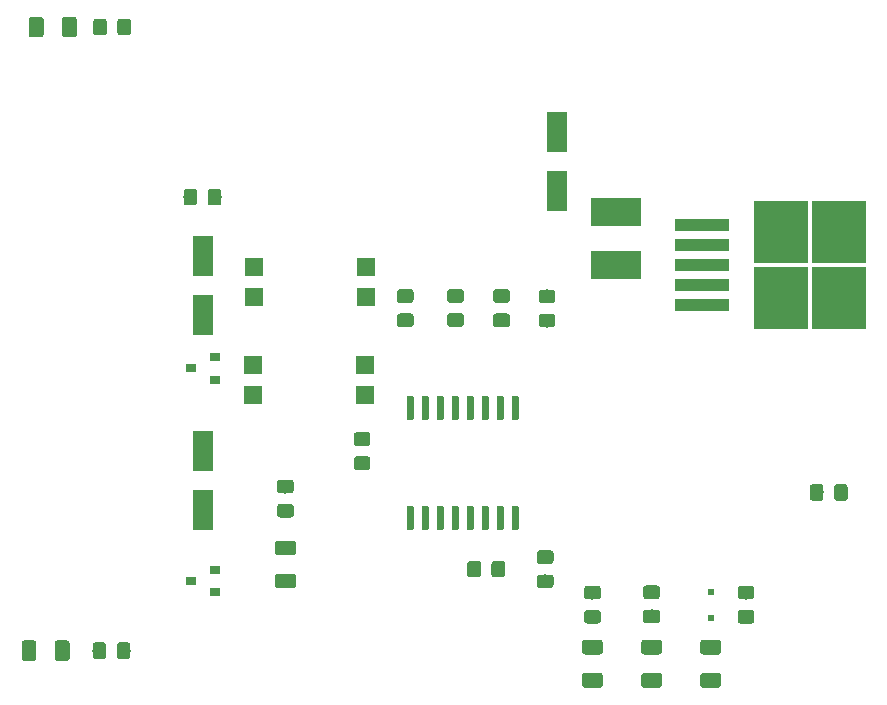
<source format=gbr>
G04 #@! TF.GenerationSoftware,KiCad,Pcbnew,(5.1.4)-1*
G04 #@! TF.CreationDate,2020-01-12T19:46:33+08:00*
G04 #@! TF.ProjectId,i2c x2 relays socketed,69326320-7832-4207-9265-6c6179732073,rev?*
G04 #@! TF.SameCoordinates,Original*
G04 #@! TF.FileFunction,Paste,Top*
G04 #@! TF.FilePolarity,Positive*
%FSLAX46Y46*%
G04 Gerber Fmt 4.6, Leading zero omitted, Abs format (unit mm)*
G04 Created by KiCad (PCBNEW (5.1.4)-1) date 2020-01-12 19:46:33*
%MOMM*%
%LPD*%
G04 APERTURE LIST*
%ADD10R,1.500000X1.500000*%
%ADD11C,0.100000*%
%ADD12C,1.250000*%
%ADD13R,0.500000X0.500000*%
%ADD14R,1.800000X3.500000*%
%ADD15C,1.150000*%
%ADD16R,0.900000X0.800000*%
%ADD17C,0.600000*%
%ADD18R,4.550000X5.250000*%
%ADD19R,4.600000X1.100000*%
%ADD20R,4.200000X2.400000*%
G04 APERTURE END LIST*
D10*
X42350000Y-25970000D03*
X42350000Y-23430000D03*
X51850000Y-23430000D03*
X51850000Y-25970000D03*
X42250000Y-34270000D03*
X42250000Y-31730000D03*
X51750000Y-31730000D03*
X51750000Y-34270000D03*
D11*
G36*
X81649504Y-57776204D02*
G01*
X81673773Y-57779804D01*
X81697571Y-57785765D01*
X81720671Y-57794030D01*
X81742849Y-57804520D01*
X81763893Y-57817133D01*
X81783598Y-57831747D01*
X81801777Y-57848223D01*
X81818253Y-57866402D01*
X81832867Y-57886107D01*
X81845480Y-57907151D01*
X81855970Y-57929329D01*
X81864235Y-57952429D01*
X81870196Y-57976227D01*
X81873796Y-58000496D01*
X81875000Y-58025000D01*
X81875000Y-58775000D01*
X81873796Y-58799504D01*
X81870196Y-58823773D01*
X81864235Y-58847571D01*
X81855970Y-58870671D01*
X81845480Y-58892849D01*
X81832867Y-58913893D01*
X81818253Y-58933598D01*
X81801777Y-58951777D01*
X81783598Y-58968253D01*
X81763893Y-58982867D01*
X81742849Y-58995480D01*
X81720671Y-59005970D01*
X81697571Y-59014235D01*
X81673773Y-59020196D01*
X81649504Y-59023796D01*
X81625000Y-59025000D01*
X80375000Y-59025000D01*
X80350496Y-59023796D01*
X80326227Y-59020196D01*
X80302429Y-59014235D01*
X80279329Y-59005970D01*
X80257151Y-58995480D01*
X80236107Y-58982867D01*
X80216402Y-58968253D01*
X80198223Y-58951777D01*
X80181747Y-58933598D01*
X80167133Y-58913893D01*
X80154520Y-58892849D01*
X80144030Y-58870671D01*
X80135765Y-58847571D01*
X80129804Y-58823773D01*
X80126204Y-58799504D01*
X80125000Y-58775000D01*
X80125000Y-58025000D01*
X80126204Y-58000496D01*
X80129804Y-57976227D01*
X80135765Y-57952429D01*
X80144030Y-57929329D01*
X80154520Y-57907151D01*
X80167133Y-57886107D01*
X80181747Y-57866402D01*
X80198223Y-57848223D01*
X80216402Y-57831747D01*
X80236107Y-57817133D01*
X80257151Y-57804520D01*
X80279329Y-57794030D01*
X80302429Y-57785765D01*
X80326227Y-57779804D01*
X80350496Y-57776204D01*
X80375000Y-57775000D01*
X81625000Y-57775000D01*
X81649504Y-57776204D01*
X81649504Y-57776204D01*
G37*
D12*
X81000000Y-58400000D03*
D11*
G36*
X81649504Y-54976204D02*
G01*
X81673773Y-54979804D01*
X81697571Y-54985765D01*
X81720671Y-54994030D01*
X81742849Y-55004520D01*
X81763893Y-55017133D01*
X81783598Y-55031747D01*
X81801777Y-55048223D01*
X81818253Y-55066402D01*
X81832867Y-55086107D01*
X81845480Y-55107151D01*
X81855970Y-55129329D01*
X81864235Y-55152429D01*
X81870196Y-55176227D01*
X81873796Y-55200496D01*
X81875000Y-55225000D01*
X81875000Y-55975000D01*
X81873796Y-55999504D01*
X81870196Y-56023773D01*
X81864235Y-56047571D01*
X81855970Y-56070671D01*
X81845480Y-56092849D01*
X81832867Y-56113893D01*
X81818253Y-56133598D01*
X81801777Y-56151777D01*
X81783598Y-56168253D01*
X81763893Y-56182867D01*
X81742849Y-56195480D01*
X81720671Y-56205970D01*
X81697571Y-56214235D01*
X81673773Y-56220196D01*
X81649504Y-56223796D01*
X81625000Y-56225000D01*
X80375000Y-56225000D01*
X80350496Y-56223796D01*
X80326227Y-56220196D01*
X80302429Y-56214235D01*
X80279329Y-56205970D01*
X80257151Y-56195480D01*
X80236107Y-56182867D01*
X80216402Y-56168253D01*
X80198223Y-56151777D01*
X80181747Y-56133598D01*
X80167133Y-56113893D01*
X80154520Y-56092849D01*
X80144030Y-56070671D01*
X80135765Y-56047571D01*
X80129804Y-56023773D01*
X80126204Y-55999504D01*
X80125000Y-55975000D01*
X80125000Y-55225000D01*
X80126204Y-55200496D01*
X80129804Y-55176227D01*
X80135765Y-55152429D01*
X80144030Y-55129329D01*
X80154520Y-55107151D01*
X80167133Y-55086107D01*
X80181747Y-55066402D01*
X80198223Y-55048223D01*
X80216402Y-55031747D01*
X80236107Y-55017133D01*
X80257151Y-55004520D01*
X80279329Y-54994030D01*
X80302429Y-54985765D01*
X80326227Y-54979804D01*
X80350496Y-54976204D01*
X80375000Y-54975000D01*
X81625000Y-54975000D01*
X81649504Y-54976204D01*
X81649504Y-54976204D01*
G37*
D12*
X81000000Y-55600000D03*
D11*
G36*
X45649504Y-49376204D02*
G01*
X45673773Y-49379804D01*
X45697571Y-49385765D01*
X45720671Y-49394030D01*
X45742849Y-49404520D01*
X45763893Y-49417133D01*
X45783598Y-49431747D01*
X45801777Y-49448223D01*
X45818253Y-49466402D01*
X45832867Y-49486107D01*
X45845480Y-49507151D01*
X45855970Y-49529329D01*
X45864235Y-49552429D01*
X45870196Y-49576227D01*
X45873796Y-49600496D01*
X45875000Y-49625000D01*
X45875000Y-50375000D01*
X45873796Y-50399504D01*
X45870196Y-50423773D01*
X45864235Y-50447571D01*
X45855970Y-50470671D01*
X45845480Y-50492849D01*
X45832867Y-50513893D01*
X45818253Y-50533598D01*
X45801777Y-50551777D01*
X45783598Y-50568253D01*
X45763893Y-50582867D01*
X45742849Y-50595480D01*
X45720671Y-50605970D01*
X45697571Y-50614235D01*
X45673773Y-50620196D01*
X45649504Y-50623796D01*
X45625000Y-50625000D01*
X44375000Y-50625000D01*
X44350496Y-50623796D01*
X44326227Y-50620196D01*
X44302429Y-50614235D01*
X44279329Y-50605970D01*
X44257151Y-50595480D01*
X44236107Y-50582867D01*
X44216402Y-50568253D01*
X44198223Y-50551777D01*
X44181747Y-50533598D01*
X44167133Y-50513893D01*
X44154520Y-50492849D01*
X44144030Y-50470671D01*
X44135765Y-50447571D01*
X44129804Y-50423773D01*
X44126204Y-50399504D01*
X44125000Y-50375000D01*
X44125000Y-49625000D01*
X44126204Y-49600496D01*
X44129804Y-49576227D01*
X44135765Y-49552429D01*
X44144030Y-49529329D01*
X44154520Y-49507151D01*
X44167133Y-49486107D01*
X44181747Y-49466402D01*
X44198223Y-49448223D01*
X44216402Y-49431747D01*
X44236107Y-49417133D01*
X44257151Y-49404520D01*
X44279329Y-49394030D01*
X44302429Y-49385765D01*
X44326227Y-49379804D01*
X44350496Y-49376204D01*
X44375000Y-49375000D01*
X45625000Y-49375000D01*
X45649504Y-49376204D01*
X45649504Y-49376204D01*
G37*
D12*
X45000000Y-50000000D03*
D11*
G36*
X45649504Y-46576204D02*
G01*
X45673773Y-46579804D01*
X45697571Y-46585765D01*
X45720671Y-46594030D01*
X45742849Y-46604520D01*
X45763893Y-46617133D01*
X45783598Y-46631747D01*
X45801777Y-46648223D01*
X45818253Y-46666402D01*
X45832867Y-46686107D01*
X45845480Y-46707151D01*
X45855970Y-46729329D01*
X45864235Y-46752429D01*
X45870196Y-46776227D01*
X45873796Y-46800496D01*
X45875000Y-46825000D01*
X45875000Y-47575000D01*
X45873796Y-47599504D01*
X45870196Y-47623773D01*
X45864235Y-47647571D01*
X45855970Y-47670671D01*
X45845480Y-47692849D01*
X45832867Y-47713893D01*
X45818253Y-47733598D01*
X45801777Y-47751777D01*
X45783598Y-47768253D01*
X45763893Y-47782867D01*
X45742849Y-47795480D01*
X45720671Y-47805970D01*
X45697571Y-47814235D01*
X45673773Y-47820196D01*
X45649504Y-47823796D01*
X45625000Y-47825000D01*
X44375000Y-47825000D01*
X44350496Y-47823796D01*
X44326227Y-47820196D01*
X44302429Y-47814235D01*
X44279329Y-47805970D01*
X44257151Y-47795480D01*
X44236107Y-47782867D01*
X44216402Y-47768253D01*
X44198223Y-47751777D01*
X44181747Y-47733598D01*
X44167133Y-47713893D01*
X44154520Y-47692849D01*
X44144030Y-47670671D01*
X44135765Y-47647571D01*
X44129804Y-47623773D01*
X44126204Y-47599504D01*
X44125000Y-47575000D01*
X44125000Y-46825000D01*
X44126204Y-46800496D01*
X44129804Y-46776227D01*
X44135765Y-46752429D01*
X44144030Y-46729329D01*
X44154520Y-46707151D01*
X44167133Y-46686107D01*
X44181747Y-46666402D01*
X44198223Y-46648223D01*
X44216402Y-46631747D01*
X44236107Y-46617133D01*
X44257151Y-46604520D01*
X44279329Y-46594030D01*
X44302429Y-46585765D01*
X44326227Y-46579804D01*
X44350496Y-46576204D01*
X44375000Y-46575000D01*
X45625000Y-46575000D01*
X45649504Y-46576204D01*
X45649504Y-46576204D01*
G37*
D12*
X45000000Y-47200000D03*
D13*
X81000000Y-53100000D03*
X81000000Y-50900000D03*
D11*
G36*
X24299504Y-2226204D02*
G01*
X24323773Y-2229804D01*
X24347571Y-2235765D01*
X24370671Y-2244030D01*
X24392849Y-2254520D01*
X24413893Y-2267133D01*
X24433598Y-2281747D01*
X24451777Y-2298223D01*
X24468253Y-2316402D01*
X24482867Y-2336107D01*
X24495480Y-2357151D01*
X24505970Y-2379329D01*
X24514235Y-2402429D01*
X24520196Y-2426227D01*
X24523796Y-2450496D01*
X24525000Y-2475000D01*
X24525000Y-3725000D01*
X24523796Y-3749504D01*
X24520196Y-3773773D01*
X24514235Y-3797571D01*
X24505970Y-3820671D01*
X24495480Y-3842849D01*
X24482867Y-3863893D01*
X24468253Y-3883598D01*
X24451777Y-3901777D01*
X24433598Y-3918253D01*
X24413893Y-3932867D01*
X24392849Y-3945480D01*
X24370671Y-3955970D01*
X24347571Y-3964235D01*
X24323773Y-3970196D01*
X24299504Y-3973796D01*
X24275000Y-3975000D01*
X23525000Y-3975000D01*
X23500496Y-3973796D01*
X23476227Y-3970196D01*
X23452429Y-3964235D01*
X23429329Y-3955970D01*
X23407151Y-3945480D01*
X23386107Y-3932867D01*
X23366402Y-3918253D01*
X23348223Y-3901777D01*
X23331747Y-3883598D01*
X23317133Y-3863893D01*
X23304520Y-3842849D01*
X23294030Y-3820671D01*
X23285765Y-3797571D01*
X23279804Y-3773773D01*
X23276204Y-3749504D01*
X23275000Y-3725000D01*
X23275000Y-2475000D01*
X23276204Y-2450496D01*
X23279804Y-2426227D01*
X23285765Y-2402429D01*
X23294030Y-2379329D01*
X23304520Y-2357151D01*
X23317133Y-2336107D01*
X23331747Y-2316402D01*
X23348223Y-2298223D01*
X23366402Y-2281747D01*
X23386107Y-2267133D01*
X23407151Y-2254520D01*
X23429329Y-2244030D01*
X23452429Y-2235765D01*
X23476227Y-2229804D01*
X23500496Y-2226204D01*
X23525000Y-2225000D01*
X24275000Y-2225000D01*
X24299504Y-2226204D01*
X24299504Y-2226204D01*
G37*
D12*
X23900000Y-3100000D03*
D11*
G36*
X27099504Y-2226204D02*
G01*
X27123773Y-2229804D01*
X27147571Y-2235765D01*
X27170671Y-2244030D01*
X27192849Y-2254520D01*
X27213893Y-2267133D01*
X27233598Y-2281747D01*
X27251777Y-2298223D01*
X27268253Y-2316402D01*
X27282867Y-2336107D01*
X27295480Y-2357151D01*
X27305970Y-2379329D01*
X27314235Y-2402429D01*
X27320196Y-2426227D01*
X27323796Y-2450496D01*
X27325000Y-2475000D01*
X27325000Y-3725000D01*
X27323796Y-3749504D01*
X27320196Y-3773773D01*
X27314235Y-3797571D01*
X27305970Y-3820671D01*
X27295480Y-3842849D01*
X27282867Y-3863893D01*
X27268253Y-3883598D01*
X27251777Y-3901777D01*
X27233598Y-3918253D01*
X27213893Y-3932867D01*
X27192849Y-3945480D01*
X27170671Y-3955970D01*
X27147571Y-3964235D01*
X27123773Y-3970196D01*
X27099504Y-3973796D01*
X27075000Y-3975000D01*
X26325000Y-3975000D01*
X26300496Y-3973796D01*
X26276227Y-3970196D01*
X26252429Y-3964235D01*
X26229329Y-3955970D01*
X26207151Y-3945480D01*
X26186107Y-3932867D01*
X26166402Y-3918253D01*
X26148223Y-3901777D01*
X26131747Y-3883598D01*
X26117133Y-3863893D01*
X26104520Y-3842849D01*
X26094030Y-3820671D01*
X26085765Y-3797571D01*
X26079804Y-3773773D01*
X26076204Y-3749504D01*
X26075000Y-3725000D01*
X26075000Y-2475000D01*
X26076204Y-2450496D01*
X26079804Y-2426227D01*
X26085765Y-2402429D01*
X26094030Y-2379329D01*
X26104520Y-2357151D01*
X26117133Y-2336107D01*
X26131747Y-2316402D01*
X26148223Y-2298223D01*
X26166402Y-2281747D01*
X26186107Y-2267133D01*
X26207151Y-2254520D01*
X26229329Y-2244030D01*
X26252429Y-2235765D01*
X26276227Y-2229804D01*
X26300496Y-2226204D01*
X26325000Y-2225000D01*
X27075000Y-2225000D01*
X27099504Y-2226204D01*
X27099504Y-2226204D01*
G37*
D12*
X26700000Y-3100000D03*
D11*
G36*
X23699504Y-55026204D02*
G01*
X23723773Y-55029804D01*
X23747571Y-55035765D01*
X23770671Y-55044030D01*
X23792849Y-55054520D01*
X23813893Y-55067133D01*
X23833598Y-55081747D01*
X23851777Y-55098223D01*
X23868253Y-55116402D01*
X23882867Y-55136107D01*
X23895480Y-55157151D01*
X23905970Y-55179329D01*
X23914235Y-55202429D01*
X23920196Y-55226227D01*
X23923796Y-55250496D01*
X23925000Y-55275000D01*
X23925000Y-56525000D01*
X23923796Y-56549504D01*
X23920196Y-56573773D01*
X23914235Y-56597571D01*
X23905970Y-56620671D01*
X23895480Y-56642849D01*
X23882867Y-56663893D01*
X23868253Y-56683598D01*
X23851777Y-56701777D01*
X23833598Y-56718253D01*
X23813893Y-56732867D01*
X23792849Y-56745480D01*
X23770671Y-56755970D01*
X23747571Y-56764235D01*
X23723773Y-56770196D01*
X23699504Y-56773796D01*
X23675000Y-56775000D01*
X22925000Y-56775000D01*
X22900496Y-56773796D01*
X22876227Y-56770196D01*
X22852429Y-56764235D01*
X22829329Y-56755970D01*
X22807151Y-56745480D01*
X22786107Y-56732867D01*
X22766402Y-56718253D01*
X22748223Y-56701777D01*
X22731747Y-56683598D01*
X22717133Y-56663893D01*
X22704520Y-56642849D01*
X22694030Y-56620671D01*
X22685765Y-56597571D01*
X22679804Y-56573773D01*
X22676204Y-56549504D01*
X22675000Y-56525000D01*
X22675000Y-55275000D01*
X22676204Y-55250496D01*
X22679804Y-55226227D01*
X22685765Y-55202429D01*
X22694030Y-55179329D01*
X22704520Y-55157151D01*
X22717133Y-55136107D01*
X22731747Y-55116402D01*
X22748223Y-55098223D01*
X22766402Y-55081747D01*
X22786107Y-55067133D01*
X22807151Y-55054520D01*
X22829329Y-55044030D01*
X22852429Y-55035765D01*
X22876227Y-55029804D01*
X22900496Y-55026204D01*
X22925000Y-55025000D01*
X23675000Y-55025000D01*
X23699504Y-55026204D01*
X23699504Y-55026204D01*
G37*
D12*
X23300000Y-55900000D03*
D11*
G36*
X26499504Y-55026204D02*
G01*
X26523773Y-55029804D01*
X26547571Y-55035765D01*
X26570671Y-55044030D01*
X26592849Y-55054520D01*
X26613893Y-55067133D01*
X26633598Y-55081747D01*
X26651777Y-55098223D01*
X26668253Y-55116402D01*
X26682867Y-55136107D01*
X26695480Y-55157151D01*
X26705970Y-55179329D01*
X26714235Y-55202429D01*
X26720196Y-55226227D01*
X26723796Y-55250496D01*
X26725000Y-55275000D01*
X26725000Y-56525000D01*
X26723796Y-56549504D01*
X26720196Y-56573773D01*
X26714235Y-56597571D01*
X26705970Y-56620671D01*
X26695480Y-56642849D01*
X26682867Y-56663893D01*
X26668253Y-56683598D01*
X26651777Y-56701777D01*
X26633598Y-56718253D01*
X26613893Y-56732867D01*
X26592849Y-56745480D01*
X26570671Y-56755970D01*
X26547571Y-56764235D01*
X26523773Y-56770196D01*
X26499504Y-56773796D01*
X26475000Y-56775000D01*
X25725000Y-56775000D01*
X25700496Y-56773796D01*
X25676227Y-56770196D01*
X25652429Y-56764235D01*
X25629329Y-56755970D01*
X25607151Y-56745480D01*
X25586107Y-56732867D01*
X25566402Y-56718253D01*
X25548223Y-56701777D01*
X25531747Y-56683598D01*
X25517133Y-56663893D01*
X25504520Y-56642849D01*
X25494030Y-56620671D01*
X25485765Y-56597571D01*
X25479804Y-56573773D01*
X25476204Y-56549504D01*
X25475000Y-56525000D01*
X25475000Y-55275000D01*
X25476204Y-55250496D01*
X25479804Y-55226227D01*
X25485765Y-55202429D01*
X25494030Y-55179329D01*
X25504520Y-55157151D01*
X25517133Y-55136107D01*
X25531747Y-55116402D01*
X25548223Y-55098223D01*
X25566402Y-55081747D01*
X25586107Y-55067133D01*
X25607151Y-55054520D01*
X25629329Y-55044030D01*
X25652429Y-55035765D01*
X25676227Y-55029804D01*
X25700496Y-55026204D01*
X25725000Y-55025000D01*
X26475000Y-55025000D01*
X26499504Y-55026204D01*
X26499504Y-55026204D01*
G37*
D12*
X26100000Y-55900000D03*
D11*
G36*
X76649504Y-57776204D02*
G01*
X76673773Y-57779804D01*
X76697571Y-57785765D01*
X76720671Y-57794030D01*
X76742849Y-57804520D01*
X76763893Y-57817133D01*
X76783598Y-57831747D01*
X76801777Y-57848223D01*
X76818253Y-57866402D01*
X76832867Y-57886107D01*
X76845480Y-57907151D01*
X76855970Y-57929329D01*
X76864235Y-57952429D01*
X76870196Y-57976227D01*
X76873796Y-58000496D01*
X76875000Y-58025000D01*
X76875000Y-58775000D01*
X76873796Y-58799504D01*
X76870196Y-58823773D01*
X76864235Y-58847571D01*
X76855970Y-58870671D01*
X76845480Y-58892849D01*
X76832867Y-58913893D01*
X76818253Y-58933598D01*
X76801777Y-58951777D01*
X76783598Y-58968253D01*
X76763893Y-58982867D01*
X76742849Y-58995480D01*
X76720671Y-59005970D01*
X76697571Y-59014235D01*
X76673773Y-59020196D01*
X76649504Y-59023796D01*
X76625000Y-59025000D01*
X75375000Y-59025000D01*
X75350496Y-59023796D01*
X75326227Y-59020196D01*
X75302429Y-59014235D01*
X75279329Y-59005970D01*
X75257151Y-58995480D01*
X75236107Y-58982867D01*
X75216402Y-58968253D01*
X75198223Y-58951777D01*
X75181747Y-58933598D01*
X75167133Y-58913893D01*
X75154520Y-58892849D01*
X75144030Y-58870671D01*
X75135765Y-58847571D01*
X75129804Y-58823773D01*
X75126204Y-58799504D01*
X75125000Y-58775000D01*
X75125000Y-58025000D01*
X75126204Y-58000496D01*
X75129804Y-57976227D01*
X75135765Y-57952429D01*
X75144030Y-57929329D01*
X75154520Y-57907151D01*
X75167133Y-57886107D01*
X75181747Y-57866402D01*
X75198223Y-57848223D01*
X75216402Y-57831747D01*
X75236107Y-57817133D01*
X75257151Y-57804520D01*
X75279329Y-57794030D01*
X75302429Y-57785765D01*
X75326227Y-57779804D01*
X75350496Y-57776204D01*
X75375000Y-57775000D01*
X76625000Y-57775000D01*
X76649504Y-57776204D01*
X76649504Y-57776204D01*
G37*
D12*
X76000000Y-58400000D03*
D11*
G36*
X76649504Y-54976204D02*
G01*
X76673773Y-54979804D01*
X76697571Y-54985765D01*
X76720671Y-54994030D01*
X76742849Y-55004520D01*
X76763893Y-55017133D01*
X76783598Y-55031747D01*
X76801777Y-55048223D01*
X76818253Y-55066402D01*
X76832867Y-55086107D01*
X76845480Y-55107151D01*
X76855970Y-55129329D01*
X76864235Y-55152429D01*
X76870196Y-55176227D01*
X76873796Y-55200496D01*
X76875000Y-55225000D01*
X76875000Y-55975000D01*
X76873796Y-55999504D01*
X76870196Y-56023773D01*
X76864235Y-56047571D01*
X76855970Y-56070671D01*
X76845480Y-56092849D01*
X76832867Y-56113893D01*
X76818253Y-56133598D01*
X76801777Y-56151777D01*
X76783598Y-56168253D01*
X76763893Y-56182867D01*
X76742849Y-56195480D01*
X76720671Y-56205970D01*
X76697571Y-56214235D01*
X76673773Y-56220196D01*
X76649504Y-56223796D01*
X76625000Y-56225000D01*
X75375000Y-56225000D01*
X75350496Y-56223796D01*
X75326227Y-56220196D01*
X75302429Y-56214235D01*
X75279329Y-56205970D01*
X75257151Y-56195480D01*
X75236107Y-56182867D01*
X75216402Y-56168253D01*
X75198223Y-56151777D01*
X75181747Y-56133598D01*
X75167133Y-56113893D01*
X75154520Y-56092849D01*
X75144030Y-56070671D01*
X75135765Y-56047571D01*
X75129804Y-56023773D01*
X75126204Y-55999504D01*
X75125000Y-55975000D01*
X75125000Y-55225000D01*
X75126204Y-55200496D01*
X75129804Y-55176227D01*
X75135765Y-55152429D01*
X75144030Y-55129329D01*
X75154520Y-55107151D01*
X75167133Y-55086107D01*
X75181747Y-55066402D01*
X75198223Y-55048223D01*
X75216402Y-55031747D01*
X75236107Y-55017133D01*
X75257151Y-55004520D01*
X75279329Y-54994030D01*
X75302429Y-54985765D01*
X75326227Y-54979804D01*
X75350496Y-54976204D01*
X75375000Y-54975000D01*
X76625000Y-54975000D01*
X76649504Y-54976204D01*
X76649504Y-54976204D01*
G37*
D12*
X76000000Y-55600000D03*
D11*
G36*
X71649504Y-57776204D02*
G01*
X71673773Y-57779804D01*
X71697571Y-57785765D01*
X71720671Y-57794030D01*
X71742849Y-57804520D01*
X71763893Y-57817133D01*
X71783598Y-57831747D01*
X71801777Y-57848223D01*
X71818253Y-57866402D01*
X71832867Y-57886107D01*
X71845480Y-57907151D01*
X71855970Y-57929329D01*
X71864235Y-57952429D01*
X71870196Y-57976227D01*
X71873796Y-58000496D01*
X71875000Y-58025000D01*
X71875000Y-58775000D01*
X71873796Y-58799504D01*
X71870196Y-58823773D01*
X71864235Y-58847571D01*
X71855970Y-58870671D01*
X71845480Y-58892849D01*
X71832867Y-58913893D01*
X71818253Y-58933598D01*
X71801777Y-58951777D01*
X71783598Y-58968253D01*
X71763893Y-58982867D01*
X71742849Y-58995480D01*
X71720671Y-59005970D01*
X71697571Y-59014235D01*
X71673773Y-59020196D01*
X71649504Y-59023796D01*
X71625000Y-59025000D01*
X70375000Y-59025000D01*
X70350496Y-59023796D01*
X70326227Y-59020196D01*
X70302429Y-59014235D01*
X70279329Y-59005970D01*
X70257151Y-58995480D01*
X70236107Y-58982867D01*
X70216402Y-58968253D01*
X70198223Y-58951777D01*
X70181747Y-58933598D01*
X70167133Y-58913893D01*
X70154520Y-58892849D01*
X70144030Y-58870671D01*
X70135765Y-58847571D01*
X70129804Y-58823773D01*
X70126204Y-58799504D01*
X70125000Y-58775000D01*
X70125000Y-58025000D01*
X70126204Y-58000496D01*
X70129804Y-57976227D01*
X70135765Y-57952429D01*
X70144030Y-57929329D01*
X70154520Y-57907151D01*
X70167133Y-57886107D01*
X70181747Y-57866402D01*
X70198223Y-57848223D01*
X70216402Y-57831747D01*
X70236107Y-57817133D01*
X70257151Y-57804520D01*
X70279329Y-57794030D01*
X70302429Y-57785765D01*
X70326227Y-57779804D01*
X70350496Y-57776204D01*
X70375000Y-57775000D01*
X71625000Y-57775000D01*
X71649504Y-57776204D01*
X71649504Y-57776204D01*
G37*
D12*
X71000000Y-58400000D03*
D11*
G36*
X71649504Y-54976204D02*
G01*
X71673773Y-54979804D01*
X71697571Y-54985765D01*
X71720671Y-54994030D01*
X71742849Y-55004520D01*
X71763893Y-55017133D01*
X71783598Y-55031747D01*
X71801777Y-55048223D01*
X71818253Y-55066402D01*
X71832867Y-55086107D01*
X71845480Y-55107151D01*
X71855970Y-55129329D01*
X71864235Y-55152429D01*
X71870196Y-55176227D01*
X71873796Y-55200496D01*
X71875000Y-55225000D01*
X71875000Y-55975000D01*
X71873796Y-55999504D01*
X71870196Y-56023773D01*
X71864235Y-56047571D01*
X71855970Y-56070671D01*
X71845480Y-56092849D01*
X71832867Y-56113893D01*
X71818253Y-56133598D01*
X71801777Y-56151777D01*
X71783598Y-56168253D01*
X71763893Y-56182867D01*
X71742849Y-56195480D01*
X71720671Y-56205970D01*
X71697571Y-56214235D01*
X71673773Y-56220196D01*
X71649504Y-56223796D01*
X71625000Y-56225000D01*
X70375000Y-56225000D01*
X70350496Y-56223796D01*
X70326227Y-56220196D01*
X70302429Y-56214235D01*
X70279329Y-56205970D01*
X70257151Y-56195480D01*
X70236107Y-56182867D01*
X70216402Y-56168253D01*
X70198223Y-56151777D01*
X70181747Y-56133598D01*
X70167133Y-56113893D01*
X70154520Y-56092849D01*
X70144030Y-56070671D01*
X70135765Y-56047571D01*
X70129804Y-56023773D01*
X70126204Y-55999504D01*
X70125000Y-55975000D01*
X70125000Y-55225000D01*
X70126204Y-55200496D01*
X70129804Y-55176227D01*
X70135765Y-55152429D01*
X70144030Y-55129329D01*
X70154520Y-55107151D01*
X70167133Y-55086107D01*
X70181747Y-55066402D01*
X70198223Y-55048223D01*
X70216402Y-55031747D01*
X70236107Y-55017133D01*
X70257151Y-55004520D01*
X70279329Y-54994030D01*
X70302429Y-54985765D01*
X70326227Y-54979804D01*
X70350496Y-54976204D01*
X70375000Y-54975000D01*
X71625000Y-54975000D01*
X71649504Y-54976204D01*
X71649504Y-54976204D01*
G37*
D12*
X71000000Y-55600000D03*
D14*
X68000000Y-17000000D03*
X68000000Y-12000000D03*
D11*
G36*
X29649505Y-2401204D02*
G01*
X29673773Y-2404804D01*
X29697572Y-2410765D01*
X29720671Y-2419030D01*
X29742850Y-2429520D01*
X29763893Y-2442132D01*
X29783599Y-2456747D01*
X29801777Y-2473223D01*
X29818253Y-2491401D01*
X29832868Y-2511107D01*
X29845480Y-2532150D01*
X29855970Y-2554329D01*
X29864235Y-2577428D01*
X29870196Y-2601227D01*
X29873796Y-2625495D01*
X29875000Y-2649999D01*
X29875000Y-3550001D01*
X29873796Y-3574505D01*
X29870196Y-3598773D01*
X29864235Y-3622572D01*
X29855970Y-3645671D01*
X29845480Y-3667850D01*
X29832868Y-3688893D01*
X29818253Y-3708599D01*
X29801777Y-3726777D01*
X29783599Y-3743253D01*
X29763893Y-3757868D01*
X29742850Y-3770480D01*
X29720671Y-3780970D01*
X29697572Y-3789235D01*
X29673773Y-3795196D01*
X29649505Y-3798796D01*
X29625001Y-3800000D01*
X28974999Y-3800000D01*
X28950495Y-3798796D01*
X28926227Y-3795196D01*
X28902428Y-3789235D01*
X28879329Y-3780970D01*
X28857150Y-3770480D01*
X28836107Y-3757868D01*
X28816401Y-3743253D01*
X28798223Y-3726777D01*
X28781747Y-3708599D01*
X28767132Y-3688893D01*
X28754520Y-3667850D01*
X28744030Y-3645671D01*
X28735765Y-3622572D01*
X28729804Y-3598773D01*
X28726204Y-3574505D01*
X28725000Y-3550001D01*
X28725000Y-2649999D01*
X28726204Y-2625495D01*
X28729804Y-2601227D01*
X28735765Y-2577428D01*
X28744030Y-2554329D01*
X28754520Y-2532150D01*
X28767132Y-2511107D01*
X28781747Y-2491401D01*
X28798223Y-2473223D01*
X28816401Y-2456747D01*
X28836107Y-2442132D01*
X28857150Y-2429520D01*
X28879329Y-2419030D01*
X28902428Y-2410765D01*
X28926227Y-2404804D01*
X28950495Y-2401204D01*
X28974999Y-2400000D01*
X29625001Y-2400000D01*
X29649505Y-2401204D01*
X29649505Y-2401204D01*
G37*
D15*
X29300000Y-3100000D03*
D11*
G36*
X31699505Y-2401204D02*
G01*
X31723773Y-2404804D01*
X31747572Y-2410765D01*
X31770671Y-2419030D01*
X31792850Y-2429520D01*
X31813893Y-2442132D01*
X31833599Y-2456747D01*
X31851777Y-2473223D01*
X31868253Y-2491401D01*
X31882868Y-2511107D01*
X31895480Y-2532150D01*
X31905970Y-2554329D01*
X31914235Y-2577428D01*
X31920196Y-2601227D01*
X31923796Y-2625495D01*
X31925000Y-2649999D01*
X31925000Y-3550001D01*
X31923796Y-3574505D01*
X31920196Y-3598773D01*
X31914235Y-3622572D01*
X31905970Y-3645671D01*
X31895480Y-3667850D01*
X31882868Y-3688893D01*
X31868253Y-3708599D01*
X31851777Y-3726777D01*
X31833599Y-3743253D01*
X31813893Y-3757868D01*
X31792850Y-3770480D01*
X31770671Y-3780970D01*
X31747572Y-3789235D01*
X31723773Y-3795196D01*
X31699505Y-3798796D01*
X31675001Y-3800000D01*
X31024999Y-3800000D01*
X31000495Y-3798796D01*
X30976227Y-3795196D01*
X30952428Y-3789235D01*
X30929329Y-3780970D01*
X30907150Y-3770480D01*
X30886107Y-3757868D01*
X30866401Y-3743253D01*
X30848223Y-3726777D01*
X30831747Y-3708599D01*
X30817132Y-3688893D01*
X30804520Y-3667850D01*
X30794030Y-3645671D01*
X30785765Y-3622572D01*
X30779804Y-3598773D01*
X30776204Y-3574505D01*
X30775000Y-3550001D01*
X30775000Y-2649999D01*
X30776204Y-2625495D01*
X30779804Y-2601227D01*
X30785765Y-2577428D01*
X30794030Y-2554329D01*
X30804520Y-2532150D01*
X30817132Y-2511107D01*
X30831747Y-2491401D01*
X30848223Y-2473223D01*
X30866401Y-2456747D01*
X30886107Y-2442132D01*
X30907150Y-2429520D01*
X30929329Y-2419030D01*
X30952428Y-2410765D01*
X30976227Y-2404804D01*
X31000495Y-2401204D01*
X31024999Y-2400000D01*
X31675001Y-2400000D01*
X31699505Y-2401204D01*
X31699505Y-2401204D01*
G37*
D15*
X31350000Y-3100000D03*
D11*
G36*
X67474505Y-49451204D02*
G01*
X67498773Y-49454804D01*
X67522572Y-49460765D01*
X67545671Y-49469030D01*
X67567850Y-49479520D01*
X67588893Y-49492132D01*
X67608599Y-49506747D01*
X67626777Y-49523223D01*
X67643253Y-49541401D01*
X67657868Y-49561107D01*
X67670480Y-49582150D01*
X67680970Y-49604329D01*
X67689235Y-49627428D01*
X67695196Y-49651227D01*
X67698796Y-49675495D01*
X67700000Y-49699999D01*
X67700000Y-50350001D01*
X67698796Y-50374505D01*
X67695196Y-50398773D01*
X67689235Y-50422572D01*
X67680970Y-50445671D01*
X67670480Y-50467850D01*
X67657868Y-50488893D01*
X67643253Y-50508599D01*
X67626777Y-50526777D01*
X67608599Y-50543253D01*
X67588893Y-50557868D01*
X67567850Y-50570480D01*
X67545671Y-50580970D01*
X67522572Y-50589235D01*
X67498773Y-50595196D01*
X67474505Y-50598796D01*
X67450001Y-50600000D01*
X66549999Y-50600000D01*
X66525495Y-50598796D01*
X66501227Y-50595196D01*
X66477428Y-50589235D01*
X66454329Y-50580970D01*
X66432150Y-50570480D01*
X66411107Y-50557868D01*
X66391401Y-50543253D01*
X66373223Y-50526777D01*
X66356747Y-50508599D01*
X66342132Y-50488893D01*
X66329520Y-50467850D01*
X66319030Y-50445671D01*
X66310765Y-50422572D01*
X66304804Y-50398773D01*
X66301204Y-50374505D01*
X66300000Y-50350001D01*
X66300000Y-49699999D01*
X66301204Y-49675495D01*
X66304804Y-49651227D01*
X66310765Y-49627428D01*
X66319030Y-49604329D01*
X66329520Y-49582150D01*
X66342132Y-49561107D01*
X66356747Y-49541401D01*
X66373223Y-49523223D01*
X66391401Y-49506747D01*
X66411107Y-49492132D01*
X66432150Y-49479520D01*
X66454329Y-49469030D01*
X66477428Y-49460765D01*
X66501227Y-49454804D01*
X66525495Y-49451204D01*
X66549999Y-49450000D01*
X67450001Y-49450000D01*
X67474505Y-49451204D01*
X67474505Y-49451204D01*
G37*
D15*
X67000000Y-50025000D03*
D11*
G36*
X67474505Y-47401204D02*
G01*
X67498773Y-47404804D01*
X67522572Y-47410765D01*
X67545671Y-47419030D01*
X67567850Y-47429520D01*
X67588893Y-47442132D01*
X67608599Y-47456747D01*
X67626777Y-47473223D01*
X67643253Y-47491401D01*
X67657868Y-47511107D01*
X67670480Y-47532150D01*
X67680970Y-47554329D01*
X67689235Y-47577428D01*
X67695196Y-47601227D01*
X67698796Y-47625495D01*
X67700000Y-47649999D01*
X67700000Y-48300001D01*
X67698796Y-48324505D01*
X67695196Y-48348773D01*
X67689235Y-48372572D01*
X67680970Y-48395671D01*
X67670480Y-48417850D01*
X67657868Y-48438893D01*
X67643253Y-48458599D01*
X67626777Y-48476777D01*
X67608599Y-48493253D01*
X67588893Y-48507868D01*
X67567850Y-48520480D01*
X67545671Y-48530970D01*
X67522572Y-48539235D01*
X67498773Y-48545196D01*
X67474505Y-48548796D01*
X67450001Y-48550000D01*
X66549999Y-48550000D01*
X66525495Y-48548796D01*
X66501227Y-48545196D01*
X66477428Y-48539235D01*
X66454329Y-48530970D01*
X66432150Y-48520480D01*
X66411107Y-48507868D01*
X66391401Y-48493253D01*
X66373223Y-48476777D01*
X66356747Y-48458599D01*
X66342132Y-48438893D01*
X66329520Y-48417850D01*
X66319030Y-48395671D01*
X66310765Y-48372572D01*
X66304804Y-48348773D01*
X66301204Y-48324505D01*
X66300000Y-48300001D01*
X66300000Y-47649999D01*
X66301204Y-47625495D01*
X66304804Y-47601227D01*
X66310765Y-47577428D01*
X66319030Y-47554329D01*
X66329520Y-47532150D01*
X66342132Y-47511107D01*
X66356747Y-47491401D01*
X66373223Y-47473223D01*
X66391401Y-47456747D01*
X66411107Y-47442132D01*
X66432150Y-47429520D01*
X66454329Y-47419030D01*
X66477428Y-47410765D01*
X66501227Y-47404804D01*
X66525495Y-47401204D01*
X66549999Y-47400000D01*
X67450001Y-47400000D01*
X67474505Y-47401204D01*
X67474505Y-47401204D01*
G37*
D15*
X67000000Y-47975000D03*
D16*
X37000000Y-32000000D03*
X39000000Y-31050000D03*
X39000000Y-32950000D03*
X37000000Y-50000000D03*
X39000000Y-49050000D03*
X39000000Y-50950000D03*
D11*
G36*
X64609703Y-43625722D02*
G01*
X64624264Y-43627882D01*
X64638543Y-43631459D01*
X64652403Y-43636418D01*
X64665710Y-43642712D01*
X64678336Y-43650280D01*
X64690159Y-43659048D01*
X64701066Y-43668934D01*
X64710952Y-43679841D01*
X64719720Y-43691664D01*
X64727288Y-43704290D01*
X64733582Y-43717597D01*
X64738541Y-43731457D01*
X64742118Y-43745736D01*
X64744278Y-43760297D01*
X64745000Y-43775000D01*
X64745000Y-45525000D01*
X64744278Y-45539703D01*
X64742118Y-45554264D01*
X64738541Y-45568543D01*
X64733582Y-45582403D01*
X64727288Y-45595710D01*
X64719720Y-45608336D01*
X64710952Y-45620159D01*
X64701066Y-45631066D01*
X64690159Y-45640952D01*
X64678336Y-45649720D01*
X64665710Y-45657288D01*
X64652403Y-45663582D01*
X64638543Y-45668541D01*
X64624264Y-45672118D01*
X64609703Y-45674278D01*
X64595000Y-45675000D01*
X64295000Y-45675000D01*
X64280297Y-45674278D01*
X64265736Y-45672118D01*
X64251457Y-45668541D01*
X64237597Y-45663582D01*
X64224290Y-45657288D01*
X64211664Y-45649720D01*
X64199841Y-45640952D01*
X64188934Y-45631066D01*
X64179048Y-45620159D01*
X64170280Y-45608336D01*
X64162712Y-45595710D01*
X64156418Y-45582403D01*
X64151459Y-45568543D01*
X64147882Y-45554264D01*
X64145722Y-45539703D01*
X64145000Y-45525000D01*
X64145000Y-43775000D01*
X64145722Y-43760297D01*
X64147882Y-43745736D01*
X64151459Y-43731457D01*
X64156418Y-43717597D01*
X64162712Y-43704290D01*
X64170280Y-43691664D01*
X64179048Y-43679841D01*
X64188934Y-43668934D01*
X64199841Y-43659048D01*
X64211664Y-43650280D01*
X64224290Y-43642712D01*
X64237597Y-43636418D01*
X64251457Y-43631459D01*
X64265736Y-43627882D01*
X64280297Y-43625722D01*
X64295000Y-43625000D01*
X64595000Y-43625000D01*
X64609703Y-43625722D01*
X64609703Y-43625722D01*
G37*
D17*
X64445000Y-44650000D03*
D11*
G36*
X63339703Y-43625722D02*
G01*
X63354264Y-43627882D01*
X63368543Y-43631459D01*
X63382403Y-43636418D01*
X63395710Y-43642712D01*
X63408336Y-43650280D01*
X63420159Y-43659048D01*
X63431066Y-43668934D01*
X63440952Y-43679841D01*
X63449720Y-43691664D01*
X63457288Y-43704290D01*
X63463582Y-43717597D01*
X63468541Y-43731457D01*
X63472118Y-43745736D01*
X63474278Y-43760297D01*
X63475000Y-43775000D01*
X63475000Y-45525000D01*
X63474278Y-45539703D01*
X63472118Y-45554264D01*
X63468541Y-45568543D01*
X63463582Y-45582403D01*
X63457288Y-45595710D01*
X63449720Y-45608336D01*
X63440952Y-45620159D01*
X63431066Y-45631066D01*
X63420159Y-45640952D01*
X63408336Y-45649720D01*
X63395710Y-45657288D01*
X63382403Y-45663582D01*
X63368543Y-45668541D01*
X63354264Y-45672118D01*
X63339703Y-45674278D01*
X63325000Y-45675000D01*
X63025000Y-45675000D01*
X63010297Y-45674278D01*
X62995736Y-45672118D01*
X62981457Y-45668541D01*
X62967597Y-45663582D01*
X62954290Y-45657288D01*
X62941664Y-45649720D01*
X62929841Y-45640952D01*
X62918934Y-45631066D01*
X62909048Y-45620159D01*
X62900280Y-45608336D01*
X62892712Y-45595710D01*
X62886418Y-45582403D01*
X62881459Y-45568543D01*
X62877882Y-45554264D01*
X62875722Y-45539703D01*
X62875000Y-45525000D01*
X62875000Y-43775000D01*
X62875722Y-43760297D01*
X62877882Y-43745736D01*
X62881459Y-43731457D01*
X62886418Y-43717597D01*
X62892712Y-43704290D01*
X62900280Y-43691664D01*
X62909048Y-43679841D01*
X62918934Y-43668934D01*
X62929841Y-43659048D01*
X62941664Y-43650280D01*
X62954290Y-43642712D01*
X62967597Y-43636418D01*
X62981457Y-43631459D01*
X62995736Y-43627882D01*
X63010297Y-43625722D01*
X63025000Y-43625000D01*
X63325000Y-43625000D01*
X63339703Y-43625722D01*
X63339703Y-43625722D01*
G37*
D17*
X63175000Y-44650000D03*
D11*
G36*
X62069703Y-43625722D02*
G01*
X62084264Y-43627882D01*
X62098543Y-43631459D01*
X62112403Y-43636418D01*
X62125710Y-43642712D01*
X62138336Y-43650280D01*
X62150159Y-43659048D01*
X62161066Y-43668934D01*
X62170952Y-43679841D01*
X62179720Y-43691664D01*
X62187288Y-43704290D01*
X62193582Y-43717597D01*
X62198541Y-43731457D01*
X62202118Y-43745736D01*
X62204278Y-43760297D01*
X62205000Y-43775000D01*
X62205000Y-45525000D01*
X62204278Y-45539703D01*
X62202118Y-45554264D01*
X62198541Y-45568543D01*
X62193582Y-45582403D01*
X62187288Y-45595710D01*
X62179720Y-45608336D01*
X62170952Y-45620159D01*
X62161066Y-45631066D01*
X62150159Y-45640952D01*
X62138336Y-45649720D01*
X62125710Y-45657288D01*
X62112403Y-45663582D01*
X62098543Y-45668541D01*
X62084264Y-45672118D01*
X62069703Y-45674278D01*
X62055000Y-45675000D01*
X61755000Y-45675000D01*
X61740297Y-45674278D01*
X61725736Y-45672118D01*
X61711457Y-45668541D01*
X61697597Y-45663582D01*
X61684290Y-45657288D01*
X61671664Y-45649720D01*
X61659841Y-45640952D01*
X61648934Y-45631066D01*
X61639048Y-45620159D01*
X61630280Y-45608336D01*
X61622712Y-45595710D01*
X61616418Y-45582403D01*
X61611459Y-45568543D01*
X61607882Y-45554264D01*
X61605722Y-45539703D01*
X61605000Y-45525000D01*
X61605000Y-43775000D01*
X61605722Y-43760297D01*
X61607882Y-43745736D01*
X61611459Y-43731457D01*
X61616418Y-43717597D01*
X61622712Y-43704290D01*
X61630280Y-43691664D01*
X61639048Y-43679841D01*
X61648934Y-43668934D01*
X61659841Y-43659048D01*
X61671664Y-43650280D01*
X61684290Y-43642712D01*
X61697597Y-43636418D01*
X61711457Y-43631459D01*
X61725736Y-43627882D01*
X61740297Y-43625722D01*
X61755000Y-43625000D01*
X62055000Y-43625000D01*
X62069703Y-43625722D01*
X62069703Y-43625722D01*
G37*
D17*
X61905000Y-44650000D03*
D11*
G36*
X60799703Y-43625722D02*
G01*
X60814264Y-43627882D01*
X60828543Y-43631459D01*
X60842403Y-43636418D01*
X60855710Y-43642712D01*
X60868336Y-43650280D01*
X60880159Y-43659048D01*
X60891066Y-43668934D01*
X60900952Y-43679841D01*
X60909720Y-43691664D01*
X60917288Y-43704290D01*
X60923582Y-43717597D01*
X60928541Y-43731457D01*
X60932118Y-43745736D01*
X60934278Y-43760297D01*
X60935000Y-43775000D01*
X60935000Y-45525000D01*
X60934278Y-45539703D01*
X60932118Y-45554264D01*
X60928541Y-45568543D01*
X60923582Y-45582403D01*
X60917288Y-45595710D01*
X60909720Y-45608336D01*
X60900952Y-45620159D01*
X60891066Y-45631066D01*
X60880159Y-45640952D01*
X60868336Y-45649720D01*
X60855710Y-45657288D01*
X60842403Y-45663582D01*
X60828543Y-45668541D01*
X60814264Y-45672118D01*
X60799703Y-45674278D01*
X60785000Y-45675000D01*
X60485000Y-45675000D01*
X60470297Y-45674278D01*
X60455736Y-45672118D01*
X60441457Y-45668541D01*
X60427597Y-45663582D01*
X60414290Y-45657288D01*
X60401664Y-45649720D01*
X60389841Y-45640952D01*
X60378934Y-45631066D01*
X60369048Y-45620159D01*
X60360280Y-45608336D01*
X60352712Y-45595710D01*
X60346418Y-45582403D01*
X60341459Y-45568543D01*
X60337882Y-45554264D01*
X60335722Y-45539703D01*
X60335000Y-45525000D01*
X60335000Y-43775000D01*
X60335722Y-43760297D01*
X60337882Y-43745736D01*
X60341459Y-43731457D01*
X60346418Y-43717597D01*
X60352712Y-43704290D01*
X60360280Y-43691664D01*
X60369048Y-43679841D01*
X60378934Y-43668934D01*
X60389841Y-43659048D01*
X60401664Y-43650280D01*
X60414290Y-43642712D01*
X60427597Y-43636418D01*
X60441457Y-43631459D01*
X60455736Y-43627882D01*
X60470297Y-43625722D01*
X60485000Y-43625000D01*
X60785000Y-43625000D01*
X60799703Y-43625722D01*
X60799703Y-43625722D01*
G37*
D17*
X60635000Y-44650000D03*
D11*
G36*
X59529703Y-43625722D02*
G01*
X59544264Y-43627882D01*
X59558543Y-43631459D01*
X59572403Y-43636418D01*
X59585710Y-43642712D01*
X59598336Y-43650280D01*
X59610159Y-43659048D01*
X59621066Y-43668934D01*
X59630952Y-43679841D01*
X59639720Y-43691664D01*
X59647288Y-43704290D01*
X59653582Y-43717597D01*
X59658541Y-43731457D01*
X59662118Y-43745736D01*
X59664278Y-43760297D01*
X59665000Y-43775000D01*
X59665000Y-45525000D01*
X59664278Y-45539703D01*
X59662118Y-45554264D01*
X59658541Y-45568543D01*
X59653582Y-45582403D01*
X59647288Y-45595710D01*
X59639720Y-45608336D01*
X59630952Y-45620159D01*
X59621066Y-45631066D01*
X59610159Y-45640952D01*
X59598336Y-45649720D01*
X59585710Y-45657288D01*
X59572403Y-45663582D01*
X59558543Y-45668541D01*
X59544264Y-45672118D01*
X59529703Y-45674278D01*
X59515000Y-45675000D01*
X59215000Y-45675000D01*
X59200297Y-45674278D01*
X59185736Y-45672118D01*
X59171457Y-45668541D01*
X59157597Y-45663582D01*
X59144290Y-45657288D01*
X59131664Y-45649720D01*
X59119841Y-45640952D01*
X59108934Y-45631066D01*
X59099048Y-45620159D01*
X59090280Y-45608336D01*
X59082712Y-45595710D01*
X59076418Y-45582403D01*
X59071459Y-45568543D01*
X59067882Y-45554264D01*
X59065722Y-45539703D01*
X59065000Y-45525000D01*
X59065000Y-43775000D01*
X59065722Y-43760297D01*
X59067882Y-43745736D01*
X59071459Y-43731457D01*
X59076418Y-43717597D01*
X59082712Y-43704290D01*
X59090280Y-43691664D01*
X59099048Y-43679841D01*
X59108934Y-43668934D01*
X59119841Y-43659048D01*
X59131664Y-43650280D01*
X59144290Y-43642712D01*
X59157597Y-43636418D01*
X59171457Y-43631459D01*
X59185736Y-43627882D01*
X59200297Y-43625722D01*
X59215000Y-43625000D01*
X59515000Y-43625000D01*
X59529703Y-43625722D01*
X59529703Y-43625722D01*
G37*
D17*
X59365000Y-44650000D03*
D11*
G36*
X58259703Y-43625722D02*
G01*
X58274264Y-43627882D01*
X58288543Y-43631459D01*
X58302403Y-43636418D01*
X58315710Y-43642712D01*
X58328336Y-43650280D01*
X58340159Y-43659048D01*
X58351066Y-43668934D01*
X58360952Y-43679841D01*
X58369720Y-43691664D01*
X58377288Y-43704290D01*
X58383582Y-43717597D01*
X58388541Y-43731457D01*
X58392118Y-43745736D01*
X58394278Y-43760297D01*
X58395000Y-43775000D01*
X58395000Y-45525000D01*
X58394278Y-45539703D01*
X58392118Y-45554264D01*
X58388541Y-45568543D01*
X58383582Y-45582403D01*
X58377288Y-45595710D01*
X58369720Y-45608336D01*
X58360952Y-45620159D01*
X58351066Y-45631066D01*
X58340159Y-45640952D01*
X58328336Y-45649720D01*
X58315710Y-45657288D01*
X58302403Y-45663582D01*
X58288543Y-45668541D01*
X58274264Y-45672118D01*
X58259703Y-45674278D01*
X58245000Y-45675000D01*
X57945000Y-45675000D01*
X57930297Y-45674278D01*
X57915736Y-45672118D01*
X57901457Y-45668541D01*
X57887597Y-45663582D01*
X57874290Y-45657288D01*
X57861664Y-45649720D01*
X57849841Y-45640952D01*
X57838934Y-45631066D01*
X57829048Y-45620159D01*
X57820280Y-45608336D01*
X57812712Y-45595710D01*
X57806418Y-45582403D01*
X57801459Y-45568543D01*
X57797882Y-45554264D01*
X57795722Y-45539703D01*
X57795000Y-45525000D01*
X57795000Y-43775000D01*
X57795722Y-43760297D01*
X57797882Y-43745736D01*
X57801459Y-43731457D01*
X57806418Y-43717597D01*
X57812712Y-43704290D01*
X57820280Y-43691664D01*
X57829048Y-43679841D01*
X57838934Y-43668934D01*
X57849841Y-43659048D01*
X57861664Y-43650280D01*
X57874290Y-43642712D01*
X57887597Y-43636418D01*
X57901457Y-43631459D01*
X57915736Y-43627882D01*
X57930297Y-43625722D01*
X57945000Y-43625000D01*
X58245000Y-43625000D01*
X58259703Y-43625722D01*
X58259703Y-43625722D01*
G37*
D17*
X58095000Y-44650000D03*
D11*
G36*
X56989703Y-43625722D02*
G01*
X57004264Y-43627882D01*
X57018543Y-43631459D01*
X57032403Y-43636418D01*
X57045710Y-43642712D01*
X57058336Y-43650280D01*
X57070159Y-43659048D01*
X57081066Y-43668934D01*
X57090952Y-43679841D01*
X57099720Y-43691664D01*
X57107288Y-43704290D01*
X57113582Y-43717597D01*
X57118541Y-43731457D01*
X57122118Y-43745736D01*
X57124278Y-43760297D01*
X57125000Y-43775000D01*
X57125000Y-45525000D01*
X57124278Y-45539703D01*
X57122118Y-45554264D01*
X57118541Y-45568543D01*
X57113582Y-45582403D01*
X57107288Y-45595710D01*
X57099720Y-45608336D01*
X57090952Y-45620159D01*
X57081066Y-45631066D01*
X57070159Y-45640952D01*
X57058336Y-45649720D01*
X57045710Y-45657288D01*
X57032403Y-45663582D01*
X57018543Y-45668541D01*
X57004264Y-45672118D01*
X56989703Y-45674278D01*
X56975000Y-45675000D01*
X56675000Y-45675000D01*
X56660297Y-45674278D01*
X56645736Y-45672118D01*
X56631457Y-45668541D01*
X56617597Y-45663582D01*
X56604290Y-45657288D01*
X56591664Y-45649720D01*
X56579841Y-45640952D01*
X56568934Y-45631066D01*
X56559048Y-45620159D01*
X56550280Y-45608336D01*
X56542712Y-45595710D01*
X56536418Y-45582403D01*
X56531459Y-45568543D01*
X56527882Y-45554264D01*
X56525722Y-45539703D01*
X56525000Y-45525000D01*
X56525000Y-43775000D01*
X56525722Y-43760297D01*
X56527882Y-43745736D01*
X56531459Y-43731457D01*
X56536418Y-43717597D01*
X56542712Y-43704290D01*
X56550280Y-43691664D01*
X56559048Y-43679841D01*
X56568934Y-43668934D01*
X56579841Y-43659048D01*
X56591664Y-43650280D01*
X56604290Y-43642712D01*
X56617597Y-43636418D01*
X56631457Y-43631459D01*
X56645736Y-43627882D01*
X56660297Y-43625722D01*
X56675000Y-43625000D01*
X56975000Y-43625000D01*
X56989703Y-43625722D01*
X56989703Y-43625722D01*
G37*
D17*
X56825000Y-44650000D03*
D11*
G36*
X55719703Y-43625722D02*
G01*
X55734264Y-43627882D01*
X55748543Y-43631459D01*
X55762403Y-43636418D01*
X55775710Y-43642712D01*
X55788336Y-43650280D01*
X55800159Y-43659048D01*
X55811066Y-43668934D01*
X55820952Y-43679841D01*
X55829720Y-43691664D01*
X55837288Y-43704290D01*
X55843582Y-43717597D01*
X55848541Y-43731457D01*
X55852118Y-43745736D01*
X55854278Y-43760297D01*
X55855000Y-43775000D01*
X55855000Y-45525000D01*
X55854278Y-45539703D01*
X55852118Y-45554264D01*
X55848541Y-45568543D01*
X55843582Y-45582403D01*
X55837288Y-45595710D01*
X55829720Y-45608336D01*
X55820952Y-45620159D01*
X55811066Y-45631066D01*
X55800159Y-45640952D01*
X55788336Y-45649720D01*
X55775710Y-45657288D01*
X55762403Y-45663582D01*
X55748543Y-45668541D01*
X55734264Y-45672118D01*
X55719703Y-45674278D01*
X55705000Y-45675000D01*
X55405000Y-45675000D01*
X55390297Y-45674278D01*
X55375736Y-45672118D01*
X55361457Y-45668541D01*
X55347597Y-45663582D01*
X55334290Y-45657288D01*
X55321664Y-45649720D01*
X55309841Y-45640952D01*
X55298934Y-45631066D01*
X55289048Y-45620159D01*
X55280280Y-45608336D01*
X55272712Y-45595710D01*
X55266418Y-45582403D01*
X55261459Y-45568543D01*
X55257882Y-45554264D01*
X55255722Y-45539703D01*
X55255000Y-45525000D01*
X55255000Y-43775000D01*
X55255722Y-43760297D01*
X55257882Y-43745736D01*
X55261459Y-43731457D01*
X55266418Y-43717597D01*
X55272712Y-43704290D01*
X55280280Y-43691664D01*
X55289048Y-43679841D01*
X55298934Y-43668934D01*
X55309841Y-43659048D01*
X55321664Y-43650280D01*
X55334290Y-43642712D01*
X55347597Y-43636418D01*
X55361457Y-43631459D01*
X55375736Y-43627882D01*
X55390297Y-43625722D01*
X55405000Y-43625000D01*
X55705000Y-43625000D01*
X55719703Y-43625722D01*
X55719703Y-43625722D01*
G37*
D17*
X55555000Y-44650000D03*
D11*
G36*
X55719703Y-34325722D02*
G01*
X55734264Y-34327882D01*
X55748543Y-34331459D01*
X55762403Y-34336418D01*
X55775710Y-34342712D01*
X55788336Y-34350280D01*
X55800159Y-34359048D01*
X55811066Y-34368934D01*
X55820952Y-34379841D01*
X55829720Y-34391664D01*
X55837288Y-34404290D01*
X55843582Y-34417597D01*
X55848541Y-34431457D01*
X55852118Y-34445736D01*
X55854278Y-34460297D01*
X55855000Y-34475000D01*
X55855000Y-36225000D01*
X55854278Y-36239703D01*
X55852118Y-36254264D01*
X55848541Y-36268543D01*
X55843582Y-36282403D01*
X55837288Y-36295710D01*
X55829720Y-36308336D01*
X55820952Y-36320159D01*
X55811066Y-36331066D01*
X55800159Y-36340952D01*
X55788336Y-36349720D01*
X55775710Y-36357288D01*
X55762403Y-36363582D01*
X55748543Y-36368541D01*
X55734264Y-36372118D01*
X55719703Y-36374278D01*
X55705000Y-36375000D01*
X55405000Y-36375000D01*
X55390297Y-36374278D01*
X55375736Y-36372118D01*
X55361457Y-36368541D01*
X55347597Y-36363582D01*
X55334290Y-36357288D01*
X55321664Y-36349720D01*
X55309841Y-36340952D01*
X55298934Y-36331066D01*
X55289048Y-36320159D01*
X55280280Y-36308336D01*
X55272712Y-36295710D01*
X55266418Y-36282403D01*
X55261459Y-36268543D01*
X55257882Y-36254264D01*
X55255722Y-36239703D01*
X55255000Y-36225000D01*
X55255000Y-34475000D01*
X55255722Y-34460297D01*
X55257882Y-34445736D01*
X55261459Y-34431457D01*
X55266418Y-34417597D01*
X55272712Y-34404290D01*
X55280280Y-34391664D01*
X55289048Y-34379841D01*
X55298934Y-34368934D01*
X55309841Y-34359048D01*
X55321664Y-34350280D01*
X55334290Y-34342712D01*
X55347597Y-34336418D01*
X55361457Y-34331459D01*
X55375736Y-34327882D01*
X55390297Y-34325722D01*
X55405000Y-34325000D01*
X55705000Y-34325000D01*
X55719703Y-34325722D01*
X55719703Y-34325722D01*
G37*
D17*
X55555000Y-35350000D03*
D11*
G36*
X56989703Y-34325722D02*
G01*
X57004264Y-34327882D01*
X57018543Y-34331459D01*
X57032403Y-34336418D01*
X57045710Y-34342712D01*
X57058336Y-34350280D01*
X57070159Y-34359048D01*
X57081066Y-34368934D01*
X57090952Y-34379841D01*
X57099720Y-34391664D01*
X57107288Y-34404290D01*
X57113582Y-34417597D01*
X57118541Y-34431457D01*
X57122118Y-34445736D01*
X57124278Y-34460297D01*
X57125000Y-34475000D01*
X57125000Y-36225000D01*
X57124278Y-36239703D01*
X57122118Y-36254264D01*
X57118541Y-36268543D01*
X57113582Y-36282403D01*
X57107288Y-36295710D01*
X57099720Y-36308336D01*
X57090952Y-36320159D01*
X57081066Y-36331066D01*
X57070159Y-36340952D01*
X57058336Y-36349720D01*
X57045710Y-36357288D01*
X57032403Y-36363582D01*
X57018543Y-36368541D01*
X57004264Y-36372118D01*
X56989703Y-36374278D01*
X56975000Y-36375000D01*
X56675000Y-36375000D01*
X56660297Y-36374278D01*
X56645736Y-36372118D01*
X56631457Y-36368541D01*
X56617597Y-36363582D01*
X56604290Y-36357288D01*
X56591664Y-36349720D01*
X56579841Y-36340952D01*
X56568934Y-36331066D01*
X56559048Y-36320159D01*
X56550280Y-36308336D01*
X56542712Y-36295710D01*
X56536418Y-36282403D01*
X56531459Y-36268543D01*
X56527882Y-36254264D01*
X56525722Y-36239703D01*
X56525000Y-36225000D01*
X56525000Y-34475000D01*
X56525722Y-34460297D01*
X56527882Y-34445736D01*
X56531459Y-34431457D01*
X56536418Y-34417597D01*
X56542712Y-34404290D01*
X56550280Y-34391664D01*
X56559048Y-34379841D01*
X56568934Y-34368934D01*
X56579841Y-34359048D01*
X56591664Y-34350280D01*
X56604290Y-34342712D01*
X56617597Y-34336418D01*
X56631457Y-34331459D01*
X56645736Y-34327882D01*
X56660297Y-34325722D01*
X56675000Y-34325000D01*
X56975000Y-34325000D01*
X56989703Y-34325722D01*
X56989703Y-34325722D01*
G37*
D17*
X56825000Y-35350000D03*
D11*
G36*
X58259703Y-34325722D02*
G01*
X58274264Y-34327882D01*
X58288543Y-34331459D01*
X58302403Y-34336418D01*
X58315710Y-34342712D01*
X58328336Y-34350280D01*
X58340159Y-34359048D01*
X58351066Y-34368934D01*
X58360952Y-34379841D01*
X58369720Y-34391664D01*
X58377288Y-34404290D01*
X58383582Y-34417597D01*
X58388541Y-34431457D01*
X58392118Y-34445736D01*
X58394278Y-34460297D01*
X58395000Y-34475000D01*
X58395000Y-36225000D01*
X58394278Y-36239703D01*
X58392118Y-36254264D01*
X58388541Y-36268543D01*
X58383582Y-36282403D01*
X58377288Y-36295710D01*
X58369720Y-36308336D01*
X58360952Y-36320159D01*
X58351066Y-36331066D01*
X58340159Y-36340952D01*
X58328336Y-36349720D01*
X58315710Y-36357288D01*
X58302403Y-36363582D01*
X58288543Y-36368541D01*
X58274264Y-36372118D01*
X58259703Y-36374278D01*
X58245000Y-36375000D01*
X57945000Y-36375000D01*
X57930297Y-36374278D01*
X57915736Y-36372118D01*
X57901457Y-36368541D01*
X57887597Y-36363582D01*
X57874290Y-36357288D01*
X57861664Y-36349720D01*
X57849841Y-36340952D01*
X57838934Y-36331066D01*
X57829048Y-36320159D01*
X57820280Y-36308336D01*
X57812712Y-36295710D01*
X57806418Y-36282403D01*
X57801459Y-36268543D01*
X57797882Y-36254264D01*
X57795722Y-36239703D01*
X57795000Y-36225000D01*
X57795000Y-34475000D01*
X57795722Y-34460297D01*
X57797882Y-34445736D01*
X57801459Y-34431457D01*
X57806418Y-34417597D01*
X57812712Y-34404290D01*
X57820280Y-34391664D01*
X57829048Y-34379841D01*
X57838934Y-34368934D01*
X57849841Y-34359048D01*
X57861664Y-34350280D01*
X57874290Y-34342712D01*
X57887597Y-34336418D01*
X57901457Y-34331459D01*
X57915736Y-34327882D01*
X57930297Y-34325722D01*
X57945000Y-34325000D01*
X58245000Y-34325000D01*
X58259703Y-34325722D01*
X58259703Y-34325722D01*
G37*
D17*
X58095000Y-35350000D03*
D11*
G36*
X59529703Y-34325722D02*
G01*
X59544264Y-34327882D01*
X59558543Y-34331459D01*
X59572403Y-34336418D01*
X59585710Y-34342712D01*
X59598336Y-34350280D01*
X59610159Y-34359048D01*
X59621066Y-34368934D01*
X59630952Y-34379841D01*
X59639720Y-34391664D01*
X59647288Y-34404290D01*
X59653582Y-34417597D01*
X59658541Y-34431457D01*
X59662118Y-34445736D01*
X59664278Y-34460297D01*
X59665000Y-34475000D01*
X59665000Y-36225000D01*
X59664278Y-36239703D01*
X59662118Y-36254264D01*
X59658541Y-36268543D01*
X59653582Y-36282403D01*
X59647288Y-36295710D01*
X59639720Y-36308336D01*
X59630952Y-36320159D01*
X59621066Y-36331066D01*
X59610159Y-36340952D01*
X59598336Y-36349720D01*
X59585710Y-36357288D01*
X59572403Y-36363582D01*
X59558543Y-36368541D01*
X59544264Y-36372118D01*
X59529703Y-36374278D01*
X59515000Y-36375000D01*
X59215000Y-36375000D01*
X59200297Y-36374278D01*
X59185736Y-36372118D01*
X59171457Y-36368541D01*
X59157597Y-36363582D01*
X59144290Y-36357288D01*
X59131664Y-36349720D01*
X59119841Y-36340952D01*
X59108934Y-36331066D01*
X59099048Y-36320159D01*
X59090280Y-36308336D01*
X59082712Y-36295710D01*
X59076418Y-36282403D01*
X59071459Y-36268543D01*
X59067882Y-36254264D01*
X59065722Y-36239703D01*
X59065000Y-36225000D01*
X59065000Y-34475000D01*
X59065722Y-34460297D01*
X59067882Y-34445736D01*
X59071459Y-34431457D01*
X59076418Y-34417597D01*
X59082712Y-34404290D01*
X59090280Y-34391664D01*
X59099048Y-34379841D01*
X59108934Y-34368934D01*
X59119841Y-34359048D01*
X59131664Y-34350280D01*
X59144290Y-34342712D01*
X59157597Y-34336418D01*
X59171457Y-34331459D01*
X59185736Y-34327882D01*
X59200297Y-34325722D01*
X59215000Y-34325000D01*
X59515000Y-34325000D01*
X59529703Y-34325722D01*
X59529703Y-34325722D01*
G37*
D17*
X59365000Y-35350000D03*
D11*
G36*
X60799703Y-34325722D02*
G01*
X60814264Y-34327882D01*
X60828543Y-34331459D01*
X60842403Y-34336418D01*
X60855710Y-34342712D01*
X60868336Y-34350280D01*
X60880159Y-34359048D01*
X60891066Y-34368934D01*
X60900952Y-34379841D01*
X60909720Y-34391664D01*
X60917288Y-34404290D01*
X60923582Y-34417597D01*
X60928541Y-34431457D01*
X60932118Y-34445736D01*
X60934278Y-34460297D01*
X60935000Y-34475000D01*
X60935000Y-36225000D01*
X60934278Y-36239703D01*
X60932118Y-36254264D01*
X60928541Y-36268543D01*
X60923582Y-36282403D01*
X60917288Y-36295710D01*
X60909720Y-36308336D01*
X60900952Y-36320159D01*
X60891066Y-36331066D01*
X60880159Y-36340952D01*
X60868336Y-36349720D01*
X60855710Y-36357288D01*
X60842403Y-36363582D01*
X60828543Y-36368541D01*
X60814264Y-36372118D01*
X60799703Y-36374278D01*
X60785000Y-36375000D01*
X60485000Y-36375000D01*
X60470297Y-36374278D01*
X60455736Y-36372118D01*
X60441457Y-36368541D01*
X60427597Y-36363582D01*
X60414290Y-36357288D01*
X60401664Y-36349720D01*
X60389841Y-36340952D01*
X60378934Y-36331066D01*
X60369048Y-36320159D01*
X60360280Y-36308336D01*
X60352712Y-36295710D01*
X60346418Y-36282403D01*
X60341459Y-36268543D01*
X60337882Y-36254264D01*
X60335722Y-36239703D01*
X60335000Y-36225000D01*
X60335000Y-34475000D01*
X60335722Y-34460297D01*
X60337882Y-34445736D01*
X60341459Y-34431457D01*
X60346418Y-34417597D01*
X60352712Y-34404290D01*
X60360280Y-34391664D01*
X60369048Y-34379841D01*
X60378934Y-34368934D01*
X60389841Y-34359048D01*
X60401664Y-34350280D01*
X60414290Y-34342712D01*
X60427597Y-34336418D01*
X60441457Y-34331459D01*
X60455736Y-34327882D01*
X60470297Y-34325722D01*
X60485000Y-34325000D01*
X60785000Y-34325000D01*
X60799703Y-34325722D01*
X60799703Y-34325722D01*
G37*
D17*
X60635000Y-35350000D03*
D11*
G36*
X62069703Y-34325722D02*
G01*
X62084264Y-34327882D01*
X62098543Y-34331459D01*
X62112403Y-34336418D01*
X62125710Y-34342712D01*
X62138336Y-34350280D01*
X62150159Y-34359048D01*
X62161066Y-34368934D01*
X62170952Y-34379841D01*
X62179720Y-34391664D01*
X62187288Y-34404290D01*
X62193582Y-34417597D01*
X62198541Y-34431457D01*
X62202118Y-34445736D01*
X62204278Y-34460297D01*
X62205000Y-34475000D01*
X62205000Y-36225000D01*
X62204278Y-36239703D01*
X62202118Y-36254264D01*
X62198541Y-36268543D01*
X62193582Y-36282403D01*
X62187288Y-36295710D01*
X62179720Y-36308336D01*
X62170952Y-36320159D01*
X62161066Y-36331066D01*
X62150159Y-36340952D01*
X62138336Y-36349720D01*
X62125710Y-36357288D01*
X62112403Y-36363582D01*
X62098543Y-36368541D01*
X62084264Y-36372118D01*
X62069703Y-36374278D01*
X62055000Y-36375000D01*
X61755000Y-36375000D01*
X61740297Y-36374278D01*
X61725736Y-36372118D01*
X61711457Y-36368541D01*
X61697597Y-36363582D01*
X61684290Y-36357288D01*
X61671664Y-36349720D01*
X61659841Y-36340952D01*
X61648934Y-36331066D01*
X61639048Y-36320159D01*
X61630280Y-36308336D01*
X61622712Y-36295710D01*
X61616418Y-36282403D01*
X61611459Y-36268543D01*
X61607882Y-36254264D01*
X61605722Y-36239703D01*
X61605000Y-36225000D01*
X61605000Y-34475000D01*
X61605722Y-34460297D01*
X61607882Y-34445736D01*
X61611459Y-34431457D01*
X61616418Y-34417597D01*
X61622712Y-34404290D01*
X61630280Y-34391664D01*
X61639048Y-34379841D01*
X61648934Y-34368934D01*
X61659841Y-34359048D01*
X61671664Y-34350280D01*
X61684290Y-34342712D01*
X61697597Y-34336418D01*
X61711457Y-34331459D01*
X61725736Y-34327882D01*
X61740297Y-34325722D01*
X61755000Y-34325000D01*
X62055000Y-34325000D01*
X62069703Y-34325722D01*
X62069703Y-34325722D01*
G37*
D17*
X61905000Y-35350000D03*
D11*
G36*
X63339703Y-34325722D02*
G01*
X63354264Y-34327882D01*
X63368543Y-34331459D01*
X63382403Y-34336418D01*
X63395710Y-34342712D01*
X63408336Y-34350280D01*
X63420159Y-34359048D01*
X63431066Y-34368934D01*
X63440952Y-34379841D01*
X63449720Y-34391664D01*
X63457288Y-34404290D01*
X63463582Y-34417597D01*
X63468541Y-34431457D01*
X63472118Y-34445736D01*
X63474278Y-34460297D01*
X63475000Y-34475000D01*
X63475000Y-36225000D01*
X63474278Y-36239703D01*
X63472118Y-36254264D01*
X63468541Y-36268543D01*
X63463582Y-36282403D01*
X63457288Y-36295710D01*
X63449720Y-36308336D01*
X63440952Y-36320159D01*
X63431066Y-36331066D01*
X63420159Y-36340952D01*
X63408336Y-36349720D01*
X63395710Y-36357288D01*
X63382403Y-36363582D01*
X63368543Y-36368541D01*
X63354264Y-36372118D01*
X63339703Y-36374278D01*
X63325000Y-36375000D01*
X63025000Y-36375000D01*
X63010297Y-36374278D01*
X62995736Y-36372118D01*
X62981457Y-36368541D01*
X62967597Y-36363582D01*
X62954290Y-36357288D01*
X62941664Y-36349720D01*
X62929841Y-36340952D01*
X62918934Y-36331066D01*
X62909048Y-36320159D01*
X62900280Y-36308336D01*
X62892712Y-36295710D01*
X62886418Y-36282403D01*
X62881459Y-36268543D01*
X62877882Y-36254264D01*
X62875722Y-36239703D01*
X62875000Y-36225000D01*
X62875000Y-34475000D01*
X62875722Y-34460297D01*
X62877882Y-34445736D01*
X62881459Y-34431457D01*
X62886418Y-34417597D01*
X62892712Y-34404290D01*
X62900280Y-34391664D01*
X62909048Y-34379841D01*
X62918934Y-34368934D01*
X62929841Y-34359048D01*
X62941664Y-34350280D01*
X62954290Y-34342712D01*
X62967597Y-34336418D01*
X62981457Y-34331459D01*
X62995736Y-34327882D01*
X63010297Y-34325722D01*
X63025000Y-34325000D01*
X63325000Y-34325000D01*
X63339703Y-34325722D01*
X63339703Y-34325722D01*
G37*
D17*
X63175000Y-35350000D03*
D11*
G36*
X64609703Y-34325722D02*
G01*
X64624264Y-34327882D01*
X64638543Y-34331459D01*
X64652403Y-34336418D01*
X64665710Y-34342712D01*
X64678336Y-34350280D01*
X64690159Y-34359048D01*
X64701066Y-34368934D01*
X64710952Y-34379841D01*
X64719720Y-34391664D01*
X64727288Y-34404290D01*
X64733582Y-34417597D01*
X64738541Y-34431457D01*
X64742118Y-34445736D01*
X64744278Y-34460297D01*
X64745000Y-34475000D01*
X64745000Y-36225000D01*
X64744278Y-36239703D01*
X64742118Y-36254264D01*
X64738541Y-36268543D01*
X64733582Y-36282403D01*
X64727288Y-36295710D01*
X64719720Y-36308336D01*
X64710952Y-36320159D01*
X64701066Y-36331066D01*
X64690159Y-36340952D01*
X64678336Y-36349720D01*
X64665710Y-36357288D01*
X64652403Y-36363582D01*
X64638543Y-36368541D01*
X64624264Y-36372118D01*
X64609703Y-36374278D01*
X64595000Y-36375000D01*
X64295000Y-36375000D01*
X64280297Y-36374278D01*
X64265736Y-36372118D01*
X64251457Y-36368541D01*
X64237597Y-36363582D01*
X64224290Y-36357288D01*
X64211664Y-36349720D01*
X64199841Y-36340952D01*
X64188934Y-36331066D01*
X64179048Y-36320159D01*
X64170280Y-36308336D01*
X64162712Y-36295710D01*
X64156418Y-36282403D01*
X64151459Y-36268543D01*
X64147882Y-36254264D01*
X64145722Y-36239703D01*
X64145000Y-36225000D01*
X64145000Y-34475000D01*
X64145722Y-34460297D01*
X64147882Y-34445736D01*
X64151459Y-34431457D01*
X64156418Y-34417597D01*
X64162712Y-34404290D01*
X64170280Y-34391664D01*
X64179048Y-34379841D01*
X64188934Y-34368934D01*
X64199841Y-34359048D01*
X64211664Y-34350280D01*
X64224290Y-34342712D01*
X64237597Y-34336418D01*
X64251457Y-34331459D01*
X64265736Y-34327882D01*
X64280297Y-34325722D01*
X64295000Y-34325000D01*
X64595000Y-34325000D01*
X64609703Y-34325722D01*
X64609703Y-34325722D01*
G37*
D17*
X64445000Y-35350000D03*
D18*
X87000000Y-26000000D03*
X91850000Y-20450000D03*
X87000000Y-20450000D03*
X91850000Y-26000000D03*
D19*
X80275000Y-26625000D03*
X80275000Y-24925000D03*
X80275000Y-23225000D03*
X80275000Y-21525000D03*
X80275000Y-19825000D03*
D11*
G36*
X63374505Y-48301204D02*
G01*
X63398773Y-48304804D01*
X63422572Y-48310765D01*
X63445671Y-48319030D01*
X63467850Y-48329520D01*
X63488893Y-48342132D01*
X63508599Y-48356747D01*
X63526777Y-48373223D01*
X63543253Y-48391401D01*
X63557868Y-48411107D01*
X63570480Y-48432150D01*
X63580970Y-48454329D01*
X63589235Y-48477428D01*
X63595196Y-48501227D01*
X63598796Y-48525495D01*
X63600000Y-48549999D01*
X63600000Y-49450001D01*
X63598796Y-49474505D01*
X63595196Y-49498773D01*
X63589235Y-49522572D01*
X63580970Y-49545671D01*
X63570480Y-49567850D01*
X63557868Y-49588893D01*
X63543253Y-49608599D01*
X63526777Y-49626777D01*
X63508599Y-49643253D01*
X63488893Y-49657868D01*
X63467850Y-49670480D01*
X63445671Y-49680970D01*
X63422572Y-49689235D01*
X63398773Y-49695196D01*
X63374505Y-49698796D01*
X63350001Y-49700000D01*
X62699999Y-49700000D01*
X62675495Y-49698796D01*
X62651227Y-49695196D01*
X62627428Y-49689235D01*
X62604329Y-49680970D01*
X62582150Y-49670480D01*
X62561107Y-49657868D01*
X62541401Y-49643253D01*
X62523223Y-49626777D01*
X62506747Y-49608599D01*
X62492132Y-49588893D01*
X62479520Y-49567850D01*
X62469030Y-49545671D01*
X62460765Y-49522572D01*
X62454804Y-49498773D01*
X62451204Y-49474505D01*
X62450000Y-49450001D01*
X62450000Y-48549999D01*
X62451204Y-48525495D01*
X62454804Y-48501227D01*
X62460765Y-48477428D01*
X62469030Y-48454329D01*
X62479520Y-48432150D01*
X62492132Y-48411107D01*
X62506747Y-48391401D01*
X62523223Y-48373223D01*
X62541401Y-48356747D01*
X62561107Y-48342132D01*
X62582150Y-48329520D01*
X62604329Y-48319030D01*
X62627428Y-48310765D01*
X62651227Y-48304804D01*
X62675495Y-48301204D01*
X62699999Y-48300000D01*
X63350001Y-48300000D01*
X63374505Y-48301204D01*
X63374505Y-48301204D01*
G37*
D15*
X63025000Y-49000000D03*
D11*
G36*
X61324505Y-48301204D02*
G01*
X61348773Y-48304804D01*
X61372572Y-48310765D01*
X61395671Y-48319030D01*
X61417850Y-48329520D01*
X61438893Y-48342132D01*
X61458599Y-48356747D01*
X61476777Y-48373223D01*
X61493253Y-48391401D01*
X61507868Y-48411107D01*
X61520480Y-48432150D01*
X61530970Y-48454329D01*
X61539235Y-48477428D01*
X61545196Y-48501227D01*
X61548796Y-48525495D01*
X61550000Y-48549999D01*
X61550000Y-49450001D01*
X61548796Y-49474505D01*
X61545196Y-49498773D01*
X61539235Y-49522572D01*
X61530970Y-49545671D01*
X61520480Y-49567850D01*
X61507868Y-49588893D01*
X61493253Y-49608599D01*
X61476777Y-49626777D01*
X61458599Y-49643253D01*
X61438893Y-49657868D01*
X61417850Y-49670480D01*
X61395671Y-49680970D01*
X61372572Y-49689235D01*
X61348773Y-49695196D01*
X61324505Y-49698796D01*
X61300001Y-49700000D01*
X60649999Y-49700000D01*
X60625495Y-49698796D01*
X60601227Y-49695196D01*
X60577428Y-49689235D01*
X60554329Y-49680970D01*
X60532150Y-49670480D01*
X60511107Y-49657868D01*
X60491401Y-49643253D01*
X60473223Y-49626777D01*
X60456747Y-49608599D01*
X60442132Y-49588893D01*
X60429520Y-49567850D01*
X60419030Y-49545671D01*
X60410765Y-49522572D01*
X60404804Y-49498773D01*
X60401204Y-49474505D01*
X60400000Y-49450001D01*
X60400000Y-48549999D01*
X60401204Y-48525495D01*
X60404804Y-48501227D01*
X60410765Y-48477428D01*
X60419030Y-48454329D01*
X60429520Y-48432150D01*
X60442132Y-48411107D01*
X60456747Y-48391401D01*
X60473223Y-48373223D01*
X60491401Y-48356747D01*
X60511107Y-48342132D01*
X60532150Y-48329520D01*
X60554329Y-48319030D01*
X60577428Y-48310765D01*
X60601227Y-48304804D01*
X60625495Y-48301204D01*
X60649999Y-48300000D01*
X61300001Y-48300000D01*
X61324505Y-48301204D01*
X61324505Y-48301204D01*
G37*
D15*
X60975000Y-49000000D03*
D11*
G36*
X59874505Y-27326204D02*
G01*
X59898773Y-27329804D01*
X59922572Y-27335765D01*
X59945671Y-27344030D01*
X59967850Y-27354520D01*
X59988893Y-27367132D01*
X60008599Y-27381747D01*
X60026777Y-27398223D01*
X60043253Y-27416401D01*
X60057868Y-27436107D01*
X60070480Y-27457150D01*
X60080970Y-27479329D01*
X60089235Y-27502428D01*
X60095196Y-27526227D01*
X60098796Y-27550495D01*
X60100000Y-27574999D01*
X60100000Y-28225001D01*
X60098796Y-28249505D01*
X60095196Y-28273773D01*
X60089235Y-28297572D01*
X60080970Y-28320671D01*
X60070480Y-28342850D01*
X60057868Y-28363893D01*
X60043253Y-28383599D01*
X60026777Y-28401777D01*
X60008599Y-28418253D01*
X59988893Y-28432868D01*
X59967850Y-28445480D01*
X59945671Y-28455970D01*
X59922572Y-28464235D01*
X59898773Y-28470196D01*
X59874505Y-28473796D01*
X59850001Y-28475000D01*
X58949999Y-28475000D01*
X58925495Y-28473796D01*
X58901227Y-28470196D01*
X58877428Y-28464235D01*
X58854329Y-28455970D01*
X58832150Y-28445480D01*
X58811107Y-28432868D01*
X58791401Y-28418253D01*
X58773223Y-28401777D01*
X58756747Y-28383599D01*
X58742132Y-28363893D01*
X58729520Y-28342850D01*
X58719030Y-28320671D01*
X58710765Y-28297572D01*
X58704804Y-28273773D01*
X58701204Y-28249505D01*
X58700000Y-28225001D01*
X58700000Y-27574999D01*
X58701204Y-27550495D01*
X58704804Y-27526227D01*
X58710765Y-27502428D01*
X58719030Y-27479329D01*
X58729520Y-27457150D01*
X58742132Y-27436107D01*
X58756747Y-27416401D01*
X58773223Y-27398223D01*
X58791401Y-27381747D01*
X58811107Y-27367132D01*
X58832150Y-27354520D01*
X58854329Y-27344030D01*
X58877428Y-27335765D01*
X58901227Y-27329804D01*
X58925495Y-27326204D01*
X58949999Y-27325000D01*
X59850001Y-27325000D01*
X59874505Y-27326204D01*
X59874505Y-27326204D01*
G37*
D15*
X59400000Y-27900000D03*
D11*
G36*
X59874505Y-25276204D02*
G01*
X59898773Y-25279804D01*
X59922572Y-25285765D01*
X59945671Y-25294030D01*
X59967850Y-25304520D01*
X59988893Y-25317132D01*
X60008599Y-25331747D01*
X60026777Y-25348223D01*
X60043253Y-25366401D01*
X60057868Y-25386107D01*
X60070480Y-25407150D01*
X60080970Y-25429329D01*
X60089235Y-25452428D01*
X60095196Y-25476227D01*
X60098796Y-25500495D01*
X60100000Y-25524999D01*
X60100000Y-26175001D01*
X60098796Y-26199505D01*
X60095196Y-26223773D01*
X60089235Y-26247572D01*
X60080970Y-26270671D01*
X60070480Y-26292850D01*
X60057868Y-26313893D01*
X60043253Y-26333599D01*
X60026777Y-26351777D01*
X60008599Y-26368253D01*
X59988893Y-26382868D01*
X59967850Y-26395480D01*
X59945671Y-26405970D01*
X59922572Y-26414235D01*
X59898773Y-26420196D01*
X59874505Y-26423796D01*
X59850001Y-26425000D01*
X58949999Y-26425000D01*
X58925495Y-26423796D01*
X58901227Y-26420196D01*
X58877428Y-26414235D01*
X58854329Y-26405970D01*
X58832150Y-26395480D01*
X58811107Y-26382868D01*
X58791401Y-26368253D01*
X58773223Y-26351777D01*
X58756747Y-26333599D01*
X58742132Y-26313893D01*
X58729520Y-26292850D01*
X58719030Y-26270671D01*
X58710765Y-26247572D01*
X58704804Y-26223773D01*
X58701204Y-26199505D01*
X58700000Y-26175001D01*
X58700000Y-25524999D01*
X58701204Y-25500495D01*
X58704804Y-25476227D01*
X58710765Y-25452428D01*
X58719030Y-25429329D01*
X58729520Y-25407150D01*
X58742132Y-25386107D01*
X58756747Y-25366401D01*
X58773223Y-25348223D01*
X58791401Y-25331747D01*
X58811107Y-25317132D01*
X58832150Y-25304520D01*
X58854329Y-25294030D01*
X58877428Y-25285765D01*
X58901227Y-25279804D01*
X58925495Y-25276204D01*
X58949999Y-25275000D01*
X59850001Y-25275000D01*
X59874505Y-25276204D01*
X59874505Y-25276204D01*
G37*
D15*
X59400000Y-25850000D03*
D11*
G36*
X63774505Y-27351204D02*
G01*
X63798773Y-27354804D01*
X63822572Y-27360765D01*
X63845671Y-27369030D01*
X63867850Y-27379520D01*
X63888893Y-27392132D01*
X63908599Y-27406747D01*
X63926777Y-27423223D01*
X63943253Y-27441401D01*
X63957868Y-27461107D01*
X63970480Y-27482150D01*
X63980970Y-27504329D01*
X63989235Y-27527428D01*
X63995196Y-27551227D01*
X63998796Y-27575495D01*
X64000000Y-27599999D01*
X64000000Y-28250001D01*
X63998796Y-28274505D01*
X63995196Y-28298773D01*
X63989235Y-28322572D01*
X63980970Y-28345671D01*
X63970480Y-28367850D01*
X63957868Y-28388893D01*
X63943253Y-28408599D01*
X63926777Y-28426777D01*
X63908599Y-28443253D01*
X63888893Y-28457868D01*
X63867850Y-28470480D01*
X63845671Y-28480970D01*
X63822572Y-28489235D01*
X63798773Y-28495196D01*
X63774505Y-28498796D01*
X63750001Y-28500000D01*
X62849999Y-28500000D01*
X62825495Y-28498796D01*
X62801227Y-28495196D01*
X62777428Y-28489235D01*
X62754329Y-28480970D01*
X62732150Y-28470480D01*
X62711107Y-28457868D01*
X62691401Y-28443253D01*
X62673223Y-28426777D01*
X62656747Y-28408599D01*
X62642132Y-28388893D01*
X62629520Y-28367850D01*
X62619030Y-28345671D01*
X62610765Y-28322572D01*
X62604804Y-28298773D01*
X62601204Y-28274505D01*
X62600000Y-28250001D01*
X62600000Y-27599999D01*
X62601204Y-27575495D01*
X62604804Y-27551227D01*
X62610765Y-27527428D01*
X62619030Y-27504329D01*
X62629520Y-27482150D01*
X62642132Y-27461107D01*
X62656747Y-27441401D01*
X62673223Y-27423223D01*
X62691401Y-27406747D01*
X62711107Y-27392132D01*
X62732150Y-27379520D01*
X62754329Y-27369030D01*
X62777428Y-27360765D01*
X62801227Y-27354804D01*
X62825495Y-27351204D01*
X62849999Y-27350000D01*
X63750001Y-27350000D01*
X63774505Y-27351204D01*
X63774505Y-27351204D01*
G37*
D15*
X63300000Y-27925000D03*
D11*
G36*
X63774505Y-25301204D02*
G01*
X63798773Y-25304804D01*
X63822572Y-25310765D01*
X63845671Y-25319030D01*
X63867850Y-25329520D01*
X63888893Y-25342132D01*
X63908599Y-25356747D01*
X63926777Y-25373223D01*
X63943253Y-25391401D01*
X63957868Y-25411107D01*
X63970480Y-25432150D01*
X63980970Y-25454329D01*
X63989235Y-25477428D01*
X63995196Y-25501227D01*
X63998796Y-25525495D01*
X64000000Y-25549999D01*
X64000000Y-26200001D01*
X63998796Y-26224505D01*
X63995196Y-26248773D01*
X63989235Y-26272572D01*
X63980970Y-26295671D01*
X63970480Y-26317850D01*
X63957868Y-26338893D01*
X63943253Y-26358599D01*
X63926777Y-26376777D01*
X63908599Y-26393253D01*
X63888893Y-26407868D01*
X63867850Y-26420480D01*
X63845671Y-26430970D01*
X63822572Y-26439235D01*
X63798773Y-26445196D01*
X63774505Y-26448796D01*
X63750001Y-26450000D01*
X62849999Y-26450000D01*
X62825495Y-26448796D01*
X62801227Y-26445196D01*
X62777428Y-26439235D01*
X62754329Y-26430970D01*
X62732150Y-26420480D01*
X62711107Y-26407868D01*
X62691401Y-26393253D01*
X62673223Y-26376777D01*
X62656747Y-26358599D01*
X62642132Y-26338893D01*
X62629520Y-26317850D01*
X62619030Y-26295671D01*
X62610765Y-26272572D01*
X62604804Y-26248773D01*
X62601204Y-26224505D01*
X62600000Y-26200001D01*
X62600000Y-25549999D01*
X62601204Y-25525495D01*
X62604804Y-25501227D01*
X62610765Y-25477428D01*
X62619030Y-25454329D01*
X62629520Y-25432150D01*
X62642132Y-25411107D01*
X62656747Y-25391401D01*
X62673223Y-25373223D01*
X62691401Y-25356747D01*
X62711107Y-25342132D01*
X62732150Y-25329520D01*
X62754329Y-25319030D01*
X62777428Y-25310765D01*
X62801227Y-25304804D01*
X62825495Y-25301204D01*
X62849999Y-25300000D01*
X63750001Y-25300000D01*
X63774505Y-25301204D01*
X63774505Y-25301204D01*
G37*
D15*
X63300000Y-25875000D03*
D11*
G36*
X67624505Y-27376204D02*
G01*
X67648773Y-27379804D01*
X67672572Y-27385765D01*
X67695671Y-27394030D01*
X67717850Y-27404520D01*
X67738893Y-27417132D01*
X67758599Y-27431747D01*
X67776777Y-27448223D01*
X67793253Y-27466401D01*
X67807868Y-27486107D01*
X67820480Y-27507150D01*
X67830970Y-27529329D01*
X67839235Y-27552428D01*
X67845196Y-27576227D01*
X67848796Y-27600495D01*
X67850000Y-27624999D01*
X67850000Y-28275001D01*
X67848796Y-28299505D01*
X67845196Y-28323773D01*
X67839235Y-28347572D01*
X67830970Y-28370671D01*
X67820480Y-28392850D01*
X67807868Y-28413893D01*
X67793253Y-28433599D01*
X67776777Y-28451777D01*
X67758599Y-28468253D01*
X67738893Y-28482868D01*
X67717850Y-28495480D01*
X67695671Y-28505970D01*
X67672572Y-28514235D01*
X67648773Y-28520196D01*
X67624505Y-28523796D01*
X67600001Y-28525000D01*
X66699999Y-28525000D01*
X66675495Y-28523796D01*
X66651227Y-28520196D01*
X66627428Y-28514235D01*
X66604329Y-28505970D01*
X66582150Y-28495480D01*
X66561107Y-28482868D01*
X66541401Y-28468253D01*
X66523223Y-28451777D01*
X66506747Y-28433599D01*
X66492132Y-28413893D01*
X66479520Y-28392850D01*
X66469030Y-28370671D01*
X66460765Y-28347572D01*
X66454804Y-28323773D01*
X66451204Y-28299505D01*
X66450000Y-28275001D01*
X66450000Y-27624999D01*
X66451204Y-27600495D01*
X66454804Y-27576227D01*
X66460765Y-27552428D01*
X66469030Y-27529329D01*
X66479520Y-27507150D01*
X66492132Y-27486107D01*
X66506747Y-27466401D01*
X66523223Y-27448223D01*
X66541401Y-27431747D01*
X66561107Y-27417132D01*
X66582150Y-27404520D01*
X66604329Y-27394030D01*
X66627428Y-27385765D01*
X66651227Y-27379804D01*
X66675495Y-27376204D01*
X66699999Y-27375000D01*
X67600001Y-27375000D01*
X67624505Y-27376204D01*
X67624505Y-27376204D01*
G37*
D15*
X67150000Y-27950000D03*
D11*
G36*
X67624505Y-25326204D02*
G01*
X67648773Y-25329804D01*
X67672572Y-25335765D01*
X67695671Y-25344030D01*
X67717850Y-25354520D01*
X67738893Y-25367132D01*
X67758599Y-25381747D01*
X67776777Y-25398223D01*
X67793253Y-25416401D01*
X67807868Y-25436107D01*
X67820480Y-25457150D01*
X67830970Y-25479329D01*
X67839235Y-25502428D01*
X67845196Y-25526227D01*
X67848796Y-25550495D01*
X67850000Y-25574999D01*
X67850000Y-26225001D01*
X67848796Y-26249505D01*
X67845196Y-26273773D01*
X67839235Y-26297572D01*
X67830970Y-26320671D01*
X67820480Y-26342850D01*
X67807868Y-26363893D01*
X67793253Y-26383599D01*
X67776777Y-26401777D01*
X67758599Y-26418253D01*
X67738893Y-26432868D01*
X67717850Y-26445480D01*
X67695671Y-26455970D01*
X67672572Y-26464235D01*
X67648773Y-26470196D01*
X67624505Y-26473796D01*
X67600001Y-26475000D01*
X66699999Y-26475000D01*
X66675495Y-26473796D01*
X66651227Y-26470196D01*
X66627428Y-26464235D01*
X66604329Y-26455970D01*
X66582150Y-26445480D01*
X66561107Y-26432868D01*
X66541401Y-26418253D01*
X66523223Y-26401777D01*
X66506747Y-26383599D01*
X66492132Y-26363893D01*
X66479520Y-26342850D01*
X66469030Y-26320671D01*
X66460765Y-26297572D01*
X66454804Y-26273773D01*
X66451204Y-26249505D01*
X66450000Y-26225001D01*
X66450000Y-25574999D01*
X66451204Y-25550495D01*
X66454804Y-25526227D01*
X66460765Y-25502428D01*
X66469030Y-25479329D01*
X66479520Y-25457150D01*
X66492132Y-25436107D01*
X66506747Y-25416401D01*
X66523223Y-25398223D01*
X66541401Y-25381747D01*
X66561107Y-25367132D01*
X66582150Y-25354520D01*
X66604329Y-25344030D01*
X66627428Y-25335765D01*
X66651227Y-25329804D01*
X66675495Y-25326204D01*
X66699999Y-25325000D01*
X67600001Y-25325000D01*
X67624505Y-25326204D01*
X67624505Y-25326204D01*
G37*
D15*
X67150000Y-25900000D03*
D11*
G36*
X45474505Y-43476204D02*
G01*
X45498773Y-43479804D01*
X45522572Y-43485765D01*
X45545671Y-43494030D01*
X45567850Y-43504520D01*
X45588893Y-43517132D01*
X45608599Y-43531747D01*
X45626777Y-43548223D01*
X45643253Y-43566401D01*
X45657868Y-43586107D01*
X45670480Y-43607150D01*
X45680970Y-43629329D01*
X45689235Y-43652428D01*
X45695196Y-43676227D01*
X45698796Y-43700495D01*
X45700000Y-43724999D01*
X45700000Y-44375001D01*
X45698796Y-44399505D01*
X45695196Y-44423773D01*
X45689235Y-44447572D01*
X45680970Y-44470671D01*
X45670480Y-44492850D01*
X45657868Y-44513893D01*
X45643253Y-44533599D01*
X45626777Y-44551777D01*
X45608599Y-44568253D01*
X45588893Y-44582868D01*
X45567850Y-44595480D01*
X45545671Y-44605970D01*
X45522572Y-44614235D01*
X45498773Y-44620196D01*
X45474505Y-44623796D01*
X45450001Y-44625000D01*
X44549999Y-44625000D01*
X44525495Y-44623796D01*
X44501227Y-44620196D01*
X44477428Y-44614235D01*
X44454329Y-44605970D01*
X44432150Y-44595480D01*
X44411107Y-44582868D01*
X44391401Y-44568253D01*
X44373223Y-44551777D01*
X44356747Y-44533599D01*
X44342132Y-44513893D01*
X44329520Y-44492850D01*
X44319030Y-44470671D01*
X44310765Y-44447572D01*
X44304804Y-44423773D01*
X44301204Y-44399505D01*
X44300000Y-44375001D01*
X44300000Y-43724999D01*
X44301204Y-43700495D01*
X44304804Y-43676227D01*
X44310765Y-43652428D01*
X44319030Y-43629329D01*
X44329520Y-43607150D01*
X44342132Y-43586107D01*
X44356747Y-43566401D01*
X44373223Y-43548223D01*
X44391401Y-43531747D01*
X44411107Y-43517132D01*
X44432150Y-43504520D01*
X44454329Y-43494030D01*
X44477428Y-43485765D01*
X44501227Y-43479804D01*
X44525495Y-43476204D01*
X44549999Y-43475000D01*
X45450001Y-43475000D01*
X45474505Y-43476204D01*
X45474505Y-43476204D01*
G37*
D15*
X45000000Y-44050000D03*
D11*
G36*
X45474505Y-41426204D02*
G01*
X45498773Y-41429804D01*
X45522572Y-41435765D01*
X45545671Y-41444030D01*
X45567850Y-41454520D01*
X45588893Y-41467132D01*
X45608599Y-41481747D01*
X45626777Y-41498223D01*
X45643253Y-41516401D01*
X45657868Y-41536107D01*
X45670480Y-41557150D01*
X45680970Y-41579329D01*
X45689235Y-41602428D01*
X45695196Y-41626227D01*
X45698796Y-41650495D01*
X45700000Y-41674999D01*
X45700000Y-42325001D01*
X45698796Y-42349505D01*
X45695196Y-42373773D01*
X45689235Y-42397572D01*
X45680970Y-42420671D01*
X45670480Y-42442850D01*
X45657868Y-42463893D01*
X45643253Y-42483599D01*
X45626777Y-42501777D01*
X45608599Y-42518253D01*
X45588893Y-42532868D01*
X45567850Y-42545480D01*
X45545671Y-42555970D01*
X45522572Y-42564235D01*
X45498773Y-42570196D01*
X45474505Y-42573796D01*
X45450001Y-42575000D01*
X44549999Y-42575000D01*
X44525495Y-42573796D01*
X44501227Y-42570196D01*
X44477428Y-42564235D01*
X44454329Y-42555970D01*
X44432150Y-42545480D01*
X44411107Y-42532868D01*
X44391401Y-42518253D01*
X44373223Y-42501777D01*
X44356747Y-42483599D01*
X44342132Y-42463893D01*
X44329520Y-42442850D01*
X44319030Y-42420671D01*
X44310765Y-42397572D01*
X44304804Y-42373773D01*
X44301204Y-42349505D01*
X44300000Y-42325001D01*
X44300000Y-41674999D01*
X44301204Y-41650495D01*
X44304804Y-41626227D01*
X44310765Y-41602428D01*
X44319030Y-41579329D01*
X44329520Y-41557150D01*
X44342132Y-41536107D01*
X44356747Y-41516401D01*
X44373223Y-41498223D01*
X44391401Y-41481747D01*
X44411107Y-41467132D01*
X44432150Y-41454520D01*
X44454329Y-41444030D01*
X44477428Y-41435765D01*
X44501227Y-41429804D01*
X44525495Y-41426204D01*
X44549999Y-41425000D01*
X45450001Y-41425000D01*
X45474505Y-41426204D01*
X45474505Y-41426204D01*
G37*
D15*
X45000000Y-42000000D03*
D11*
G36*
X76474505Y-52426204D02*
G01*
X76498773Y-52429804D01*
X76522572Y-52435765D01*
X76545671Y-52444030D01*
X76567850Y-52454520D01*
X76588893Y-52467132D01*
X76608599Y-52481747D01*
X76626777Y-52498223D01*
X76643253Y-52516401D01*
X76657868Y-52536107D01*
X76670480Y-52557150D01*
X76680970Y-52579329D01*
X76689235Y-52602428D01*
X76695196Y-52626227D01*
X76698796Y-52650495D01*
X76700000Y-52674999D01*
X76700000Y-53325001D01*
X76698796Y-53349505D01*
X76695196Y-53373773D01*
X76689235Y-53397572D01*
X76680970Y-53420671D01*
X76670480Y-53442850D01*
X76657868Y-53463893D01*
X76643253Y-53483599D01*
X76626777Y-53501777D01*
X76608599Y-53518253D01*
X76588893Y-53532868D01*
X76567850Y-53545480D01*
X76545671Y-53555970D01*
X76522572Y-53564235D01*
X76498773Y-53570196D01*
X76474505Y-53573796D01*
X76450001Y-53575000D01*
X75549999Y-53575000D01*
X75525495Y-53573796D01*
X75501227Y-53570196D01*
X75477428Y-53564235D01*
X75454329Y-53555970D01*
X75432150Y-53545480D01*
X75411107Y-53532868D01*
X75391401Y-53518253D01*
X75373223Y-53501777D01*
X75356747Y-53483599D01*
X75342132Y-53463893D01*
X75329520Y-53442850D01*
X75319030Y-53420671D01*
X75310765Y-53397572D01*
X75304804Y-53373773D01*
X75301204Y-53349505D01*
X75300000Y-53325001D01*
X75300000Y-52674999D01*
X75301204Y-52650495D01*
X75304804Y-52626227D01*
X75310765Y-52602428D01*
X75319030Y-52579329D01*
X75329520Y-52557150D01*
X75342132Y-52536107D01*
X75356747Y-52516401D01*
X75373223Y-52498223D01*
X75391401Y-52481747D01*
X75411107Y-52467132D01*
X75432150Y-52454520D01*
X75454329Y-52444030D01*
X75477428Y-52435765D01*
X75501227Y-52429804D01*
X75525495Y-52426204D01*
X75549999Y-52425000D01*
X76450001Y-52425000D01*
X76474505Y-52426204D01*
X76474505Y-52426204D01*
G37*
D15*
X76000000Y-53000000D03*
D11*
G36*
X76474505Y-50376204D02*
G01*
X76498773Y-50379804D01*
X76522572Y-50385765D01*
X76545671Y-50394030D01*
X76567850Y-50404520D01*
X76588893Y-50417132D01*
X76608599Y-50431747D01*
X76626777Y-50448223D01*
X76643253Y-50466401D01*
X76657868Y-50486107D01*
X76670480Y-50507150D01*
X76680970Y-50529329D01*
X76689235Y-50552428D01*
X76695196Y-50576227D01*
X76698796Y-50600495D01*
X76700000Y-50624999D01*
X76700000Y-51275001D01*
X76698796Y-51299505D01*
X76695196Y-51323773D01*
X76689235Y-51347572D01*
X76680970Y-51370671D01*
X76670480Y-51392850D01*
X76657868Y-51413893D01*
X76643253Y-51433599D01*
X76626777Y-51451777D01*
X76608599Y-51468253D01*
X76588893Y-51482868D01*
X76567850Y-51495480D01*
X76545671Y-51505970D01*
X76522572Y-51514235D01*
X76498773Y-51520196D01*
X76474505Y-51523796D01*
X76450001Y-51525000D01*
X75549999Y-51525000D01*
X75525495Y-51523796D01*
X75501227Y-51520196D01*
X75477428Y-51514235D01*
X75454329Y-51505970D01*
X75432150Y-51495480D01*
X75411107Y-51482868D01*
X75391401Y-51468253D01*
X75373223Y-51451777D01*
X75356747Y-51433599D01*
X75342132Y-51413893D01*
X75329520Y-51392850D01*
X75319030Y-51370671D01*
X75310765Y-51347572D01*
X75304804Y-51323773D01*
X75301204Y-51299505D01*
X75300000Y-51275001D01*
X75300000Y-50624999D01*
X75301204Y-50600495D01*
X75304804Y-50576227D01*
X75310765Y-50552428D01*
X75319030Y-50529329D01*
X75329520Y-50507150D01*
X75342132Y-50486107D01*
X75356747Y-50466401D01*
X75373223Y-50448223D01*
X75391401Y-50431747D01*
X75411107Y-50417132D01*
X75432150Y-50404520D01*
X75454329Y-50394030D01*
X75477428Y-50385765D01*
X75501227Y-50379804D01*
X75525495Y-50376204D01*
X75549999Y-50375000D01*
X76450001Y-50375000D01*
X76474505Y-50376204D01*
X76474505Y-50376204D01*
G37*
D15*
X76000000Y-50950000D03*
D11*
G36*
X71474505Y-52451204D02*
G01*
X71498773Y-52454804D01*
X71522572Y-52460765D01*
X71545671Y-52469030D01*
X71567850Y-52479520D01*
X71588893Y-52492132D01*
X71608599Y-52506747D01*
X71626777Y-52523223D01*
X71643253Y-52541401D01*
X71657868Y-52561107D01*
X71670480Y-52582150D01*
X71680970Y-52604329D01*
X71689235Y-52627428D01*
X71695196Y-52651227D01*
X71698796Y-52675495D01*
X71700000Y-52699999D01*
X71700000Y-53350001D01*
X71698796Y-53374505D01*
X71695196Y-53398773D01*
X71689235Y-53422572D01*
X71680970Y-53445671D01*
X71670480Y-53467850D01*
X71657868Y-53488893D01*
X71643253Y-53508599D01*
X71626777Y-53526777D01*
X71608599Y-53543253D01*
X71588893Y-53557868D01*
X71567850Y-53570480D01*
X71545671Y-53580970D01*
X71522572Y-53589235D01*
X71498773Y-53595196D01*
X71474505Y-53598796D01*
X71450001Y-53600000D01*
X70549999Y-53600000D01*
X70525495Y-53598796D01*
X70501227Y-53595196D01*
X70477428Y-53589235D01*
X70454329Y-53580970D01*
X70432150Y-53570480D01*
X70411107Y-53557868D01*
X70391401Y-53543253D01*
X70373223Y-53526777D01*
X70356747Y-53508599D01*
X70342132Y-53488893D01*
X70329520Y-53467850D01*
X70319030Y-53445671D01*
X70310765Y-53422572D01*
X70304804Y-53398773D01*
X70301204Y-53374505D01*
X70300000Y-53350001D01*
X70300000Y-52699999D01*
X70301204Y-52675495D01*
X70304804Y-52651227D01*
X70310765Y-52627428D01*
X70319030Y-52604329D01*
X70329520Y-52582150D01*
X70342132Y-52561107D01*
X70356747Y-52541401D01*
X70373223Y-52523223D01*
X70391401Y-52506747D01*
X70411107Y-52492132D01*
X70432150Y-52479520D01*
X70454329Y-52469030D01*
X70477428Y-52460765D01*
X70501227Y-52454804D01*
X70525495Y-52451204D01*
X70549999Y-52450000D01*
X71450001Y-52450000D01*
X71474505Y-52451204D01*
X71474505Y-52451204D01*
G37*
D15*
X71000000Y-53025000D03*
D11*
G36*
X71474505Y-50401204D02*
G01*
X71498773Y-50404804D01*
X71522572Y-50410765D01*
X71545671Y-50419030D01*
X71567850Y-50429520D01*
X71588893Y-50442132D01*
X71608599Y-50456747D01*
X71626777Y-50473223D01*
X71643253Y-50491401D01*
X71657868Y-50511107D01*
X71670480Y-50532150D01*
X71680970Y-50554329D01*
X71689235Y-50577428D01*
X71695196Y-50601227D01*
X71698796Y-50625495D01*
X71700000Y-50649999D01*
X71700000Y-51300001D01*
X71698796Y-51324505D01*
X71695196Y-51348773D01*
X71689235Y-51372572D01*
X71680970Y-51395671D01*
X71670480Y-51417850D01*
X71657868Y-51438893D01*
X71643253Y-51458599D01*
X71626777Y-51476777D01*
X71608599Y-51493253D01*
X71588893Y-51507868D01*
X71567850Y-51520480D01*
X71545671Y-51530970D01*
X71522572Y-51539235D01*
X71498773Y-51545196D01*
X71474505Y-51548796D01*
X71450001Y-51550000D01*
X70549999Y-51550000D01*
X70525495Y-51548796D01*
X70501227Y-51545196D01*
X70477428Y-51539235D01*
X70454329Y-51530970D01*
X70432150Y-51520480D01*
X70411107Y-51507868D01*
X70391401Y-51493253D01*
X70373223Y-51476777D01*
X70356747Y-51458599D01*
X70342132Y-51438893D01*
X70329520Y-51417850D01*
X70319030Y-51395671D01*
X70310765Y-51372572D01*
X70304804Y-51348773D01*
X70301204Y-51324505D01*
X70300000Y-51300001D01*
X70300000Y-50649999D01*
X70301204Y-50625495D01*
X70304804Y-50601227D01*
X70310765Y-50577428D01*
X70319030Y-50554329D01*
X70329520Y-50532150D01*
X70342132Y-50511107D01*
X70356747Y-50491401D01*
X70373223Y-50473223D01*
X70391401Y-50456747D01*
X70411107Y-50442132D01*
X70432150Y-50429520D01*
X70454329Y-50419030D01*
X70477428Y-50410765D01*
X70501227Y-50404804D01*
X70525495Y-50401204D01*
X70549999Y-50400000D01*
X71450001Y-50400000D01*
X71474505Y-50401204D01*
X71474505Y-50401204D01*
G37*
D15*
X71000000Y-50975000D03*
D11*
G36*
X84474505Y-50401204D02*
G01*
X84498773Y-50404804D01*
X84522572Y-50410765D01*
X84545671Y-50419030D01*
X84567850Y-50429520D01*
X84588893Y-50442132D01*
X84608599Y-50456747D01*
X84626777Y-50473223D01*
X84643253Y-50491401D01*
X84657868Y-50511107D01*
X84670480Y-50532150D01*
X84680970Y-50554329D01*
X84689235Y-50577428D01*
X84695196Y-50601227D01*
X84698796Y-50625495D01*
X84700000Y-50649999D01*
X84700000Y-51300001D01*
X84698796Y-51324505D01*
X84695196Y-51348773D01*
X84689235Y-51372572D01*
X84680970Y-51395671D01*
X84670480Y-51417850D01*
X84657868Y-51438893D01*
X84643253Y-51458599D01*
X84626777Y-51476777D01*
X84608599Y-51493253D01*
X84588893Y-51507868D01*
X84567850Y-51520480D01*
X84545671Y-51530970D01*
X84522572Y-51539235D01*
X84498773Y-51545196D01*
X84474505Y-51548796D01*
X84450001Y-51550000D01*
X83549999Y-51550000D01*
X83525495Y-51548796D01*
X83501227Y-51545196D01*
X83477428Y-51539235D01*
X83454329Y-51530970D01*
X83432150Y-51520480D01*
X83411107Y-51507868D01*
X83391401Y-51493253D01*
X83373223Y-51476777D01*
X83356747Y-51458599D01*
X83342132Y-51438893D01*
X83329520Y-51417850D01*
X83319030Y-51395671D01*
X83310765Y-51372572D01*
X83304804Y-51348773D01*
X83301204Y-51324505D01*
X83300000Y-51300001D01*
X83300000Y-50649999D01*
X83301204Y-50625495D01*
X83304804Y-50601227D01*
X83310765Y-50577428D01*
X83319030Y-50554329D01*
X83329520Y-50532150D01*
X83342132Y-50511107D01*
X83356747Y-50491401D01*
X83373223Y-50473223D01*
X83391401Y-50456747D01*
X83411107Y-50442132D01*
X83432150Y-50429520D01*
X83454329Y-50419030D01*
X83477428Y-50410765D01*
X83501227Y-50404804D01*
X83525495Y-50401204D01*
X83549999Y-50400000D01*
X84450001Y-50400000D01*
X84474505Y-50401204D01*
X84474505Y-50401204D01*
G37*
D15*
X84000000Y-50975000D03*
D11*
G36*
X84474505Y-52451204D02*
G01*
X84498773Y-52454804D01*
X84522572Y-52460765D01*
X84545671Y-52469030D01*
X84567850Y-52479520D01*
X84588893Y-52492132D01*
X84608599Y-52506747D01*
X84626777Y-52523223D01*
X84643253Y-52541401D01*
X84657868Y-52561107D01*
X84670480Y-52582150D01*
X84680970Y-52604329D01*
X84689235Y-52627428D01*
X84695196Y-52651227D01*
X84698796Y-52675495D01*
X84700000Y-52699999D01*
X84700000Y-53350001D01*
X84698796Y-53374505D01*
X84695196Y-53398773D01*
X84689235Y-53422572D01*
X84680970Y-53445671D01*
X84670480Y-53467850D01*
X84657868Y-53488893D01*
X84643253Y-53508599D01*
X84626777Y-53526777D01*
X84608599Y-53543253D01*
X84588893Y-53557868D01*
X84567850Y-53570480D01*
X84545671Y-53580970D01*
X84522572Y-53589235D01*
X84498773Y-53595196D01*
X84474505Y-53598796D01*
X84450001Y-53600000D01*
X83549999Y-53600000D01*
X83525495Y-53598796D01*
X83501227Y-53595196D01*
X83477428Y-53589235D01*
X83454329Y-53580970D01*
X83432150Y-53570480D01*
X83411107Y-53557868D01*
X83391401Y-53543253D01*
X83373223Y-53526777D01*
X83356747Y-53508599D01*
X83342132Y-53488893D01*
X83329520Y-53467850D01*
X83319030Y-53445671D01*
X83310765Y-53422572D01*
X83304804Y-53398773D01*
X83301204Y-53374505D01*
X83300000Y-53350001D01*
X83300000Y-52699999D01*
X83301204Y-52675495D01*
X83304804Y-52651227D01*
X83310765Y-52627428D01*
X83319030Y-52604329D01*
X83329520Y-52582150D01*
X83342132Y-52561107D01*
X83356747Y-52541401D01*
X83373223Y-52523223D01*
X83391401Y-52506747D01*
X83411107Y-52492132D01*
X83432150Y-52479520D01*
X83454329Y-52469030D01*
X83477428Y-52460765D01*
X83501227Y-52454804D01*
X83525495Y-52451204D01*
X83549999Y-52450000D01*
X84450001Y-52450000D01*
X84474505Y-52451204D01*
X84474505Y-52451204D01*
G37*
D15*
X84000000Y-53025000D03*
D11*
G36*
X29599505Y-55201204D02*
G01*
X29623773Y-55204804D01*
X29647572Y-55210765D01*
X29670671Y-55219030D01*
X29692850Y-55229520D01*
X29713893Y-55242132D01*
X29733599Y-55256747D01*
X29751777Y-55273223D01*
X29768253Y-55291401D01*
X29782868Y-55311107D01*
X29795480Y-55332150D01*
X29805970Y-55354329D01*
X29814235Y-55377428D01*
X29820196Y-55401227D01*
X29823796Y-55425495D01*
X29825000Y-55449999D01*
X29825000Y-56350001D01*
X29823796Y-56374505D01*
X29820196Y-56398773D01*
X29814235Y-56422572D01*
X29805970Y-56445671D01*
X29795480Y-56467850D01*
X29782868Y-56488893D01*
X29768253Y-56508599D01*
X29751777Y-56526777D01*
X29733599Y-56543253D01*
X29713893Y-56557868D01*
X29692850Y-56570480D01*
X29670671Y-56580970D01*
X29647572Y-56589235D01*
X29623773Y-56595196D01*
X29599505Y-56598796D01*
X29575001Y-56600000D01*
X28924999Y-56600000D01*
X28900495Y-56598796D01*
X28876227Y-56595196D01*
X28852428Y-56589235D01*
X28829329Y-56580970D01*
X28807150Y-56570480D01*
X28786107Y-56557868D01*
X28766401Y-56543253D01*
X28748223Y-56526777D01*
X28731747Y-56508599D01*
X28717132Y-56488893D01*
X28704520Y-56467850D01*
X28694030Y-56445671D01*
X28685765Y-56422572D01*
X28679804Y-56398773D01*
X28676204Y-56374505D01*
X28675000Y-56350001D01*
X28675000Y-55449999D01*
X28676204Y-55425495D01*
X28679804Y-55401227D01*
X28685765Y-55377428D01*
X28694030Y-55354329D01*
X28704520Y-55332150D01*
X28717132Y-55311107D01*
X28731747Y-55291401D01*
X28748223Y-55273223D01*
X28766401Y-55256747D01*
X28786107Y-55242132D01*
X28807150Y-55229520D01*
X28829329Y-55219030D01*
X28852428Y-55210765D01*
X28876227Y-55204804D01*
X28900495Y-55201204D01*
X28924999Y-55200000D01*
X29575001Y-55200000D01*
X29599505Y-55201204D01*
X29599505Y-55201204D01*
G37*
D15*
X29250000Y-55900000D03*
D11*
G36*
X31649505Y-55201204D02*
G01*
X31673773Y-55204804D01*
X31697572Y-55210765D01*
X31720671Y-55219030D01*
X31742850Y-55229520D01*
X31763893Y-55242132D01*
X31783599Y-55256747D01*
X31801777Y-55273223D01*
X31818253Y-55291401D01*
X31832868Y-55311107D01*
X31845480Y-55332150D01*
X31855970Y-55354329D01*
X31864235Y-55377428D01*
X31870196Y-55401227D01*
X31873796Y-55425495D01*
X31875000Y-55449999D01*
X31875000Y-56350001D01*
X31873796Y-56374505D01*
X31870196Y-56398773D01*
X31864235Y-56422572D01*
X31855970Y-56445671D01*
X31845480Y-56467850D01*
X31832868Y-56488893D01*
X31818253Y-56508599D01*
X31801777Y-56526777D01*
X31783599Y-56543253D01*
X31763893Y-56557868D01*
X31742850Y-56570480D01*
X31720671Y-56580970D01*
X31697572Y-56589235D01*
X31673773Y-56595196D01*
X31649505Y-56598796D01*
X31625001Y-56600000D01*
X30974999Y-56600000D01*
X30950495Y-56598796D01*
X30926227Y-56595196D01*
X30902428Y-56589235D01*
X30879329Y-56580970D01*
X30857150Y-56570480D01*
X30836107Y-56557868D01*
X30816401Y-56543253D01*
X30798223Y-56526777D01*
X30781747Y-56508599D01*
X30767132Y-56488893D01*
X30754520Y-56467850D01*
X30744030Y-56445671D01*
X30735765Y-56422572D01*
X30729804Y-56398773D01*
X30726204Y-56374505D01*
X30725000Y-56350001D01*
X30725000Y-55449999D01*
X30726204Y-55425495D01*
X30729804Y-55401227D01*
X30735765Y-55377428D01*
X30744030Y-55354329D01*
X30754520Y-55332150D01*
X30767132Y-55311107D01*
X30781747Y-55291401D01*
X30798223Y-55273223D01*
X30816401Y-55256747D01*
X30836107Y-55242132D01*
X30857150Y-55229520D01*
X30879329Y-55219030D01*
X30902428Y-55210765D01*
X30926227Y-55204804D01*
X30950495Y-55201204D01*
X30974999Y-55200000D01*
X31625001Y-55200000D01*
X31649505Y-55201204D01*
X31649505Y-55201204D01*
G37*
D15*
X31300000Y-55900000D03*
D11*
G36*
X55624505Y-27351204D02*
G01*
X55648773Y-27354804D01*
X55672572Y-27360765D01*
X55695671Y-27369030D01*
X55717850Y-27379520D01*
X55738893Y-27392132D01*
X55758599Y-27406747D01*
X55776777Y-27423223D01*
X55793253Y-27441401D01*
X55807868Y-27461107D01*
X55820480Y-27482150D01*
X55830970Y-27504329D01*
X55839235Y-27527428D01*
X55845196Y-27551227D01*
X55848796Y-27575495D01*
X55850000Y-27599999D01*
X55850000Y-28250001D01*
X55848796Y-28274505D01*
X55845196Y-28298773D01*
X55839235Y-28322572D01*
X55830970Y-28345671D01*
X55820480Y-28367850D01*
X55807868Y-28388893D01*
X55793253Y-28408599D01*
X55776777Y-28426777D01*
X55758599Y-28443253D01*
X55738893Y-28457868D01*
X55717850Y-28470480D01*
X55695671Y-28480970D01*
X55672572Y-28489235D01*
X55648773Y-28495196D01*
X55624505Y-28498796D01*
X55600001Y-28500000D01*
X54699999Y-28500000D01*
X54675495Y-28498796D01*
X54651227Y-28495196D01*
X54627428Y-28489235D01*
X54604329Y-28480970D01*
X54582150Y-28470480D01*
X54561107Y-28457868D01*
X54541401Y-28443253D01*
X54523223Y-28426777D01*
X54506747Y-28408599D01*
X54492132Y-28388893D01*
X54479520Y-28367850D01*
X54469030Y-28345671D01*
X54460765Y-28322572D01*
X54454804Y-28298773D01*
X54451204Y-28274505D01*
X54450000Y-28250001D01*
X54450000Y-27599999D01*
X54451204Y-27575495D01*
X54454804Y-27551227D01*
X54460765Y-27527428D01*
X54469030Y-27504329D01*
X54479520Y-27482150D01*
X54492132Y-27461107D01*
X54506747Y-27441401D01*
X54523223Y-27423223D01*
X54541401Y-27406747D01*
X54561107Y-27392132D01*
X54582150Y-27379520D01*
X54604329Y-27369030D01*
X54627428Y-27360765D01*
X54651227Y-27354804D01*
X54675495Y-27351204D01*
X54699999Y-27350000D01*
X55600001Y-27350000D01*
X55624505Y-27351204D01*
X55624505Y-27351204D01*
G37*
D15*
X55150000Y-27925000D03*
D11*
G36*
X55624505Y-25301204D02*
G01*
X55648773Y-25304804D01*
X55672572Y-25310765D01*
X55695671Y-25319030D01*
X55717850Y-25329520D01*
X55738893Y-25342132D01*
X55758599Y-25356747D01*
X55776777Y-25373223D01*
X55793253Y-25391401D01*
X55807868Y-25411107D01*
X55820480Y-25432150D01*
X55830970Y-25454329D01*
X55839235Y-25477428D01*
X55845196Y-25501227D01*
X55848796Y-25525495D01*
X55850000Y-25549999D01*
X55850000Y-26200001D01*
X55848796Y-26224505D01*
X55845196Y-26248773D01*
X55839235Y-26272572D01*
X55830970Y-26295671D01*
X55820480Y-26317850D01*
X55807868Y-26338893D01*
X55793253Y-26358599D01*
X55776777Y-26376777D01*
X55758599Y-26393253D01*
X55738893Y-26407868D01*
X55717850Y-26420480D01*
X55695671Y-26430970D01*
X55672572Y-26439235D01*
X55648773Y-26445196D01*
X55624505Y-26448796D01*
X55600001Y-26450000D01*
X54699999Y-26450000D01*
X54675495Y-26448796D01*
X54651227Y-26445196D01*
X54627428Y-26439235D01*
X54604329Y-26430970D01*
X54582150Y-26420480D01*
X54561107Y-26407868D01*
X54541401Y-26393253D01*
X54523223Y-26376777D01*
X54506747Y-26358599D01*
X54492132Y-26338893D01*
X54479520Y-26317850D01*
X54469030Y-26295671D01*
X54460765Y-26272572D01*
X54454804Y-26248773D01*
X54451204Y-26224505D01*
X54450000Y-26200001D01*
X54450000Y-25549999D01*
X54451204Y-25525495D01*
X54454804Y-25501227D01*
X54460765Y-25477428D01*
X54469030Y-25454329D01*
X54479520Y-25432150D01*
X54492132Y-25411107D01*
X54506747Y-25391401D01*
X54523223Y-25373223D01*
X54541401Y-25356747D01*
X54561107Y-25342132D01*
X54582150Y-25329520D01*
X54604329Y-25319030D01*
X54627428Y-25310765D01*
X54651227Y-25304804D01*
X54675495Y-25301204D01*
X54699999Y-25300000D01*
X55600001Y-25300000D01*
X55624505Y-25301204D01*
X55624505Y-25301204D01*
G37*
D15*
X55150000Y-25875000D03*
D11*
G36*
X51974505Y-39451204D02*
G01*
X51998773Y-39454804D01*
X52022572Y-39460765D01*
X52045671Y-39469030D01*
X52067850Y-39479520D01*
X52088893Y-39492132D01*
X52108599Y-39506747D01*
X52126777Y-39523223D01*
X52143253Y-39541401D01*
X52157868Y-39561107D01*
X52170480Y-39582150D01*
X52180970Y-39604329D01*
X52189235Y-39627428D01*
X52195196Y-39651227D01*
X52198796Y-39675495D01*
X52200000Y-39699999D01*
X52200000Y-40350001D01*
X52198796Y-40374505D01*
X52195196Y-40398773D01*
X52189235Y-40422572D01*
X52180970Y-40445671D01*
X52170480Y-40467850D01*
X52157868Y-40488893D01*
X52143253Y-40508599D01*
X52126777Y-40526777D01*
X52108599Y-40543253D01*
X52088893Y-40557868D01*
X52067850Y-40570480D01*
X52045671Y-40580970D01*
X52022572Y-40589235D01*
X51998773Y-40595196D01*
X51974505Y-40598796D01*
X51950001Y-40600000D01*
X51049999Y-40600000D01*
X51025495Y-40598796D01*
X51001227Y-40595196D01*
X50977428Y-40589235D01*
X50954329Y-40580970D01*
X50932150Y-40570480D01*
X50911107Y-40557868D01*
X50891401Y-40543253D01*
X50873223Y-40526777D01*
X50856747Y-40508599D01*
X50842132Y-40488893D01*
X50829520Y-40467850D01*
X50819030Y-40445671D01*
X50810765Y-40422572D01*
X50804804Y-40398773D01*
X50801204Y-40374505D01*
X50800000Y-40350001D01*
X50800000Y-39699999D01*
X50801204Y-39675495D01*
X50804804Y-39651227D01*
X50810765Y-39627428D01*
X50819030Y-39604329D01*
X50829520Y-39582150D01*
X50842132Y-39561107D01*
X50856747Y-39541401D01*
X50873223Y-39523223D01*
X50891401Y-39506747D01*
X50911107Y-39492132D01*
X50932150Y-39479520D01*
X50954329Y-39469030D01*
X50977428Y-39460765D01*
X51001227Y-39454804D01*
X51025495Y-39451204D01*
X51049999Y-39450000D01*
X51950001Y-39450000D01*
X51974505Y-39451204D01*
X51974505Y-39451204D01*
G37*
D15*
X51500000Y-40025000D03*
D11*
G36*
X51974505Y-37401204D02*
G01*
X51998773Y-37404804D01*
X52022572Y-37410765D01*
X52045671Y-37419030D01*
X52067850Y-37429520D01*
X52088893Y-37442132D01*
X52108599Y-37456747D01*
X52126777Y-37473223D01*
X52143253Y-37491401D01*
X52157868Y-37511107D01*
X52170480Y-37532150D01*
X52180970Y-37554329D01*
X52189235Y-37577428D01*
X52195196Y-37601227D01*
X52198796Y-37625495D01*
X52200000Y-37649999D01*
X52200000Y-38300001D01*
X52198796Y-38324505D01*
X52195196Y-38348773D01*
X52189235Y-38372572D01*
X52180970Y-38395671D01*
X52170480Y-38417850D01*
X52157868Y-38438893D01*
X52143253Y-38458599D01*
X52126777Y-38476777D01*
X52108599Y-38493253D01*
X52088893Y-38507868D01*
X52067850Y-38520480D01*
X52045671Y-38530970D01*
X52022572Y-38539235D01*
X51998773Y-38545196D01*
X51974505Y-38548796D01*
X51950001Y-38550000D01*
X51049999Y-38550000D01*
X51025495Y-38548796D01*
X51001227Y-38545196D01*
X50977428Y-38539235D01*
X50954329Y-38530970D01*
X50932150Y-38520480D01*
X50911107Y-38507868D01*
X50891401Y-38493253D01*
X50873223Y-38476777D01*
X50856747Y-38458599D01*
X50842132Y-38438893D01*
X50829520Y-38417850D01*
X50819030Y-38395671D01*
X50810765Y-38372572D01*
X50804804Y-38348773D01*
X50801204Y-38324505D01*
X50800000Y-38300001D01*
X50800000Y-37649999D01*
X50801204Y-37625495D01*
X50804804Y-37601227D01*
X50810765Y-37577428D01*
X50819030Y-37554329D01*
X50829520Y-37532150D01*
X50842132Y-37511107D01*
X50856747Y-37491401D01*
X50873223Y-37473223D01*
X50891401Y-37456747D01*
X50911107Y-37442132D01*
X50932150Y-37429520D01*
X50954329Y-37419030D01*
X50977428Y-37410765D01*
X51001227Y-37404804D01*
X51025495Y-37401204D01*
X51049999Y-37400000D01*
X51950001Y-37400000D01*
X51974505Y-37401204D01*
X51974505Y-37401204D01*
G37*
D15*
X51500000Y-37975000D03*
D20*
X73000000Y-23250000D03*
X73000000Y-18750000D03*
D14*
X38000000Y-22500000D03*
X38000000Y-27500000D03*
X38000000Y-39000000D03*
X38000000Y-44000000D03*
D11*
G36*
X39349505Y-16801204D02*
G01*
X39373773Y-16804804D01*
X39397572Y-16810765D01*
X39420671Y-16819030D01*
X39442850Y-16829520D01*
X39463893Y-16842132D01*
X39483599Y-16856747D01*
X39501777Y-16873223D01*
X39518253Y-16891401D01*
X39532868Y-16911107D01*
X39545480Y-16932150D01*
X39555970Y-16954329D01*
X39564235Y-16977428D01*
X39570196Y-17001227D01*
X39573796Y-17025495D01*
X39575000Y-17049999D01*
X39575000Y-17950001D01*
X39573796Y-17974505D01*
X39570196Y-17998773D01*
X39564235Y-18022572D01*
X39555970Y-18045671D01*
X39545480Y-18067850D01*
X39532868Y-18088893D01*
X39518253Y-18108599D01*
X39501777Y-18126777D01*
X39483599Y-18143253D01*
X39463893Y-18157868D01*
X39442850Y-18170480D01*
X39420671Y-18180970D01*
X39397572Y-18189235D01*
X39373773Y-18195196D01*
X39349505Y-18198796D01*
X39325001Y-18200000D01*
X38674999Y-18200000D01*
X38650495Y-18198796D01*
X38626227Y-18195196D01*
X38602428Y-18189235D01*
X38579329Y-18180970D01*
X38557150Y-18170480D01*
X38536107Y-18157868D01*
X38516401Y-18143253D01*
X38498223Y-18126777D01*
X38481747Y-18108599D01*
X38467132Y-18088893D01*
X38454520Y-18067850D01*
X38444030Y-18045671D01*
X38435765Y-18022572D01*
X38429804Y-17998773D01*
X38426204Y-17974505D01*
X38425000Y-17950001D01*
X38425000Y-17049999D01*
X38426204Y-17025495D01*
X38429804Y-17001227D01*
X38435765Y-16977428D01*
X38444030Y-16954329D01*
X38454520Y-16932150D01*
X38467132Y-16911107D01*
X38481747Y-16891401D01*
X38498223Y-16873223D01*
X38516401Y-16856747D01*
X38536107Y-16842132D01*
X38557150Y-16829520D01*
X38579329Y-16819030D01*
X38602428Y-16810765D01*
X38626227Y-16804804D01*
X38650495Y-16801204D01*
X38674999Y-16800000D01*
X39325001Y-16800000D01*
X39349505Y-16801204D01*
X39349505Y-16801204D01*
G37*
D15*
X39000000Y-17500000D03*
D11*
G36*
X37299505Y-16801204D02*
G01*
X37323773Y-16804804D01*
X37347572Y-16810765D01*
X37370671Y-16819030D01*
X37392850Y-16829520D01*
X37413893Y-16842132D01*
X37433599Y-16856747D01*
X37451777Y-16873223D01*
X37468253Y-16891401D01*
X37482868Y-16911107D01*
X37495480Y-16932150D01*
X37505970Y-16954329D01*
X37514235Y-16977428D01*
X37520196Y-17001227D01*
X37523796Y-17025495D01*
X37525000Y-17049999D01*
X37525000Y-17950001D01*
X37523796Y-17974505D01*
X37520196Y-17998773D01*
X37514235Y-18022572D01*
X37505970Y-18045671D01*
X37495480Y-18067850D01*
X37482868Y-18088893D01*
X37468253Y-18108599D01*
X37451777Y-18126777D01*
X37433599Y-18143253D01*
X37413893Y-18157868D01*
X37392850Y-18170480D01*
X37370671Y-18180970D01*
X37347572Y-18189235D01*
X37323773Y-18195196D01*
X37299505Y-18198796D01*
X37275001Y-18200000D01*
X36624999Y-18200000D01*
X36600495Y-18198796D01*
X36576227Y-18195196D01*
X36552428Y-18189235D01*
X36529329Y-18180970D01*
X36507150Y-18170480D01*
X36486107Y-18157868D01*
X36466401Y-18143253D01*
X36448223Y-18126777D01*
X36431747Y-18108599D01*
X36417132Y-18088893D01*
X36404520Y-18067850D01*
X36394030Y-18045671D01*
X36385765Y-18022572D01*
X36379804Y-17998773D01*
X36376204Y-17974505D01*
X36375000Y-17950001D01*
X36375000Y-17049999D01*
X36376204Y-17025495D01*
X36379804Y-17001227D01*
X36385765Y-16977428D01*
X36394030Y-16954329D01*
X36404520Y-16932150D01*
X36417132Y-16911107D01*
X36431747Y-16891401D01*
X36448223Y-16873223D01*
X36466401Y-16856747D01*
X36486107Y-16842132D01*
X36507150Y-16829520D01*
X36529329Y-16819030D01*
X36552428Y-16810765D01*
X36576227Y-16804804D01*
X36600495Y-16801204D01*
X36624999Y-16800000D01*
X37275001Y-16800000D01*
X37299505Y-16801204D01*
X37299505Y-16801204D01*
G37*
D15*
X36950000Y-17500000D03*
D11*
G36*
X90324505Y-41801204D02*
G01*
X90348773Y-41804804D01*
X90372572Y-41810765D01*
X90395671Y-41819030D01*
X90417850Y-41829520D01*
X90438893Y-41842132D01*
X90458599Y-41856747D01*
X90476777Y-41873223D01*
X90493253Y-41891401D01*
X90507868Y-41911107D01*
X90520480Y-41932150D01*
X90530970Y-41954329D01*
X90539235Y-41977428D01*
X90545196Y-42001227D01*
X90548796Y-42025495D01*
X90550000Y-42049999D01*
X90550000Y-42950001D01*
X90548796Y-42974505D01*
X90545196Y-42998773D01*
X90539235Y-43022572D01*
X90530970Y-43045671D01*
X90520480Y-43067850D01*
X90507868Y-43088893D01*
X90493253Y-43108599D01*
X90476777Y-43126777D01*
X90458599Y-43143253D01*
X90438893Y-43157868D01*
X90417850Y-43170480D01*
X90395671Y-43180970D01*
X90372572Y-43189235D01*
X90348773Y-43195196D01*
X90324505Y-43198796D01*
X90300001Y-43200000D01*
X89649999Y-43200000D01*
X89625495Y-43198796D01*
X89601227Y-43195196D01*
X89577428Y-43189235D01*
X89554329Y-43180970D01*
X89532150Y-43170480D01*
X89511107Y-43157868D01*
X89491401Y-43143253D01*
X89473223Y-43126777D01*
X89456747Y-43108599D01*
X89442132Y-43088893D01*
X89429520Y-43067850D01*
X89419030Y-43045671D01*
X89410765Y-43022572D01*
X89404804Y-42998773D01*
X89401204Y-42974505D01*
X89400000Y-42950001D01*
X89400000Y-42049999D01*
X89401204Y-42025495D01*
X89404804Y-42001227D01*
X89410765Y-41977428D01*
X89419030Y-41954329D01*
X89429520Y-41932150D01*
X89442132Y-41911107D01*
X89456747Y-41891401D01*
X89473223Y-41873223D01*
X89491401Y-41856747D01*
X89511107Y-41842132D01*
X89532150Y-41829520D01*
X89554329Y-41819030D01*
X89577428Y-41810765D01*
X89601227Y-41804804D01*
X89625495Y-41801204D01*
X89649999Y-41800000D01*
X90300001Y-41800000D01*
X90324505Y-41801204D01*
X90324505Y-41801204D01*
G37*
D15*
X89975000Y-42500000D03*
D11*
G36*
X92374505Y-41801204D02*
G01*
X92398773Y-41804804D01*
X92422572Y-41810765D01*
X92445671Y-41819030D01*
X92467850Y-41829520D01*
X92488893Y-41842132D01*
X92508599Y-41856747D01*
X92526777Y-41873223D01*
X92543253Y-41891401D01*
X92557868Y-41911107D01*
X92570480Y-41932150D01*
X92580970Y-41954329D01*
X92589235Y-41977428D01*
X92595196Y-42001227D01*
X92598796Y-42025495D01*
X92600000Y-42049999D01*
X92600000Y-42950001D01*
X92598796Y-42974505D01*
X92595196Y-42998773D01*
X92589235Y-43022572D01*
X92580970Y-43045671D01*
X92570480Y-43067850D01*
X92557868Y-43088893D01*
X92543253Y-43108599D01*
X92526777Y-43126777D01*
X92508599Y-43143253D01*
X92488893Y-43157868D01*
X92467850Y-43170480D01*
X92445671Y-43180970D01*
X92422572Y-43189235D01*
X92398773Y-43195196D01*
X92374505Y-43198796D01*
X92350001Y-43200000D01*
X91699999Y-43200000D01*
X91675495Y-43198796D01*
X91651227Y-43195196D01*
X91627428Y-43189235D01*
X91604329Y-43180970D01*
X91582150Y-43170480D01*
X91561107Y-43157868D01*
X91541401Y-43143253D01*
X91523223Y-43126777D01*
X91506747Y-43108599D01*
X91492132Y-43088893D01*
X91479520Y-43067850D01*
X91469030Y-43045671D01*
X91460765Y-43022572D01*
X91454804Y-42998773D01*
X91451204Y-42974505D01*
X91450000Y-42950001D01*
X91450000Y-42049999D01*
X91451204Y-42025495D01*
X91454804Y-42001227D01*
X91460765Y-41977428D01*
X91469030Y-41954329D01*
X91479520Y-41932150D01*
X91492132Y-41911107D01*
X91506747Y-41891401D01*
X91523223Y-41873223D01*
X91541401Y-41856747D01*
X91561107Y-41842132D01*
X91582150Y-41829520D01*
X91604329Y-41819030D01*
X91627428Y-41810765D01*
X91651227Y-41804804D01*
X91675495Y-41801204D01*
X91699999Y-41800000D01*
X92350001Y-41800000D01*
X92374505Y-41801204D01*
X92374505Y-41801204D01*
G37*
D15*
X92025000Y-42500000D03*
M02*

</source>
